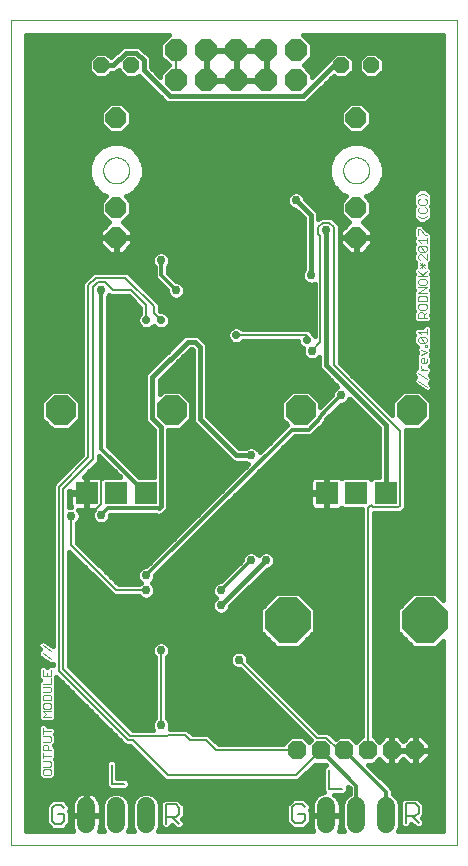
<source format=gtl>
G75*
%MOIN*%
%OFA0B0*%
%FSLAX25Y25*%
%IPPOS*%
%LPD*%
%AMOC8*
5,1,8,0,0,1.08239X$1,22.5*
%
%ADD10C,0.00000*%
%ADD11C,0.00600*%
%ADD12C,0.00200*%
%ADD13OC8,0.07000*%
%ADD14OC8,0.07400*%
%ADD15OC8,0.05200*%
%ADD16OC8,0.06299*%
%ADD17OC8,0.15024*%
%ADD18R,0.07400X0.07400*%
%ADD19OC8,0.10000*%
%ADD20C,0.06000*%
%ADD21C,0.01600*%
%ADD22C,0.02978*%
%ADD23C,0.00800*%
%ADD24C,0.02387*%
%ADD25C,0.01200*%
%ADD26C,0.02781*%
D10*
X0016998Y0005800D02*
X0016998Y0280761D01*
X0165699Y0280761D01*
X0165699Y0005800D01*
X0016998Y0005800D01*
X0047667Y0230800D02*
X0047669Y0230931D01*
X0047675Y0231063D01*
X0047685Y0231194D01*
X0047699Y0231325D01*
X0047717Y0231455D01*
X0047739Y0231584D01*
X0047764Y0231713D01*
X0047794Y0231841D01*
X0047828Y0231968D01*
X0047865Y0232095D01*
X0047906Y0232219D01*
X0047951Y0232343D01*
X0048000Y0232465D01*
X0048052Y0232586D01*
X0048108Y0232704D01*
X0048168Y0232822D01*
X0048231Y0232937D01*
X0048298Y0233050D01*
X0048368Y0233162D01*
X0048441Y0233271D01*
X0048517Y0233377D01*
X0048597Y0233482D01*
X0048680Y0233584D01*
X0048766Y0233683D01*
X0048855Y0233780D01*
X0048947Y0233874D01*
X0049042Y0233965D01*
X0049139Y0234054D01*
X0049239Y0234139D01*
X0049342Y0234221D01*
X0049447Y0234300D01*
X0049554Y0234376D01*
X0049664Y0234448D01*
X0049776Y0234517D01*
X0049890Y0234583D01*
X0050005Y0234645D01*
X0050123Y0234704D01*
X0050242Y0234759D01*
X0050363Y0234811D01*
X0050486Y0234858D01*
X0050610Y0234902D01*
X0050735Y0234943D01*
X0050861Y0234979D01*
X0050989Y0235012D01*
X0051117Y0235040D01*
X0051246Y0235065D01*
X0051376Y0235086D01*
X0051506Y0235103D01*
X0051637Y0235116D01*
X0051768Y0235125D01*
X0051899Y0235130D01*
X0052031Y0235131D01*
X0052162Y0235128D01*
X0052294Y0235121D01*
X0052425Y0235110D01*
X0052555Y0235095D01*
X0052685Y0235076D01*
X0052815Y0235053D01*
X0052943Y0235027D01*
X0053071Y0234996D01*
X0053198Y0234961D01*
X0053324Y0234923D01*
X0053448Y0234881D01*
X0053572Y0234835D01*
X0053693Y0234785D01*
X0053813Y0234732D01*
X0053932Y0234675D01*
X0054049Y0234615D01*
X0054163Y0234551D01*
X0054276Y0234483D01*
X0054387Y0234412D01*
X0054496Y0234338D01*
X0054602Y0234261D01*
X0054706Y0234180D01*
X0054807Y0234097D01*
X0054906Y0234010D01*
X0055002Y0233920D01*
X0055095Y0233827D01*
X0055186Y0233732D01*
X0055273Y0233634D01*
X0055358Y0233533D01*
X0055439Y0233430D01*
X0055517Y0233324D01*
X0055592Y0233216D01*
X0055664Y0233106D01*
X0055732Y0232994D01*
X0055797Y0232880D01*
X0055858Y0232763D01*
X0055916Y0232645D01*
X0055970Y0232525D01*
X0056021Y0232404D01*
X0056068Y0232281D01*
X0056111Y0232157D01*
X0056150Y0232032D01*
X0056186Y0231905D01*
X0056217Y0231777D01*
X0056245Y0231649D01*
X0056269Y0231520D01*
X0056289Y0231390D01*
X0056305Y0231259D01*
X0056317Y0231128D01*
X0056325Y0230997D01*
X0056329Y0230866D01*
X0056329Y0230734D01*
X0056325Y0230603D01*
X0056317Y0230472D01*
X0056305Y0230341D01*
X0056289Y0230210D01*
X0056269Y0230080D01*
X0056245Y0229951D01*
X0056217Y0229823D01*
X0056186Y0229695D01*
X0056150Y0229568D01*
X0056111Y0229443D01*
X0056068Y0229319D01*
X0056021Y0229196D01*
X0055970Y0229075D01*
X0055916Y0228955D01*
X0055858Y0228837D01*
X0055797Y0228720D01*
X0055732Y0228606D01*
X0055664Y0228494D01*
X0055592Y0228384D01*
X0055517Y0228276D01*
X0055439Y0228170D01*
X0055358Y0228067D01*
X0055273Y0227966D01*
X0055186Y0227868D01*
X0055095Y0227773D01*
X0055002Y0227680D01*
X0054906Y0227590D01*
X0054807Y0227503D01*
X0054706Y0227420D01*
X0054602Y0227339D01*
X0054496Y0227262D01*
X0054387Y0227188D01*
X0054276Y0227117D01*
X0054164Y0227049D01*
X0054049Y0226985D01*
X0053932Y0226925D01*
X0053813Y0226868D01*
X0053693Y0226815D01*
X0053572Y0226765D01*
X0053448Y0226719D01*
X0053324Y0226677D01*
X0053198Y0226639D01*
X0053071Y0226604D01*
X0052943Y0226573D01*
X0052815Y0226547D01*
X0052685Y0226524D01*
X0052555Y0226505D01*
X0052425Y0226490D01*
X0052294Y0226479D01*
X0052162Y0226472D01*
X0052031Y0226469D01*
X0051899Y0226470D01*
X0051768Y0226475D01*
X0051637Y0226484D01*
X0051506Y0226497D01*
X0051376Y0226514D01*
X0051246Y0226535D01*
X0051117Y0226560D01*
X0050989Y0226588D01*
X0050861Y0226621D01*
X0050735Y0226657D01*
X0050610Y0226698D01*
X0050486Y0226742D01*
X0050363Y0226789D01*
X0050242Y0226841D01*
X0050123Y0226896D01*
X0050005Y0226955D01*
X0049890Y0227017D01*
X0049776Y0227083D01*
X0049664Y0227152D01*
X0049554Y0227224D01*
X0049447Y0227300D01*
X0049342Y0227379D01*
X0049239Y0227461D01*
X0049139Y0227546D01*
X0049042Y0227635D01*
X0048947Y0227726D01*
X0048855Y0227820D01*
X0048766Y0227917D01*
X0048680Y0228016D01*
X0048597Y0228118D01*
X0048517Y0228223D01*
X0048441Y0228329D01*
X0048368Y0228438D01*
X0048298Y0228550D01*
X0048231Y0228663D01*
X0048168Y0228778D01*
X0048108Y0228896D01*
X0048052Y0229014D01*
X0048000Y0229135D01*
X0047951Y0229257D01*
X0047906Y0229381D01*
X0047865Y0229505D01*
X0047828Y0229632D01*
X0047794Y0229759D01*
X0047764Y0229887D01*
X0047739Y0230016D01*
X0047717Y0230145D01*
X0047699Y0230275D01*
X0047685Y0230406D01*
X0047675Y0230537D01*
X0047669Y0230669D01*
X0047667Y0230800D01*
X0127667Y0230800D02*
X0127669Y0230931D01*
X0127675Y0231063D01*
X0127685Y0231194D01*
X0127699Y0231325D01*
X0127717Y0231455D01*
X0127739Y0231584D01*
X0127764Y0231713D01*
X0127794Y0231841D01*
X0127828Y0231968D01*
X0127865Y0232095D01*
X0127906Y0232219D01*
X0127951Y0232343D01*
X0128000Y0232465D01*
X0128052Y0232586D01*
X0128108Y0232704D01*
X0128168Y0232822D01*
X0128231Y0232937D01*
X0128298Y0233050D01*
X0128368Y0233162D01*
X0128441Y0233271D01*
X0128517Y0233377D01*
X0128597Y0233482D01*
X0128680Y0233584D01*
X0128766Y0233683D01*
X0128855Y0233780D01*
X0128947Y0233874D01*
X0129042Y0233965D01*
X0129139Y0234054D01*
X0129239Y0234139D01*
X0129342Y0234221D01*
X0129447Y0234300D01*
X0129554Y0234376D01*
X0129664Y0234448D01*
X0129776Y0234517D01*
X0129890Y0234583D01*
X0130005Y0234645D01*
X0130123Y0234704D01*
X0130242Y0234759D01*
X0130363Y0234811D01*
X0130486Y0234858D01*
X0130610Y0234902D01*
X0130735Y0234943D01*
X0130861Y0234979D01*
X0130989Y0235012D01*
X0131117Y0235040D01*
X0131246Y0235065D01*
X0131376Y0235086D01*
X0131506Y0235103D01*
X0131637Y0235116D01*
X0131768Y0235125D01*
X0131899Y0235130D01*
X0132031Y0235131D01*
X0132162Y0235128D01*
X0132294Y0235121D01*
X0132425Y0235110D01*
X0132555Y0235095D01*
X0132685Y0235076D01*
X0132815Y0235053D01*
X0132943Y0235027D01*
X0133071Y0234996D01*
X0133198Y0234961D01*
X0133324Y0234923D01*
X0133448Y0234881D01*
X0133572Y0234835D01*
X0133693Y0234785D01*
X0133813Y0234732D01*
X0133932Y0234675D01*
X0134049Y0234615D01*
X0134163Y0234551D01*
X0134276Y0234483D01*
X0134387Y0234412D01*
X0134496Y0234338D01*
X0134602Y0234261D01*
X0134706Y0234180D01*
X0134807Y0234097D01*
X0134906Y0234010D01*
X0135002Y0233920D01*
X0135095Y0233827D01*
X0135186Y0233732D01*
X0135273Y0233634D01*
X0135358Y0233533D01*
X0135439Y0233430D01*
X0135517Y0233324D01*
X0135592Y0233216D01*
X0135664Y0233106D01*
X0135732Y0232994D01*
X0135797Y0232880D01*
X0135858Y0232763D01*
X0135916Y0232645D01*
X0135970Y0232525D01*
X0136021Y0232404D01*
X0136068Y0232281D01*
X0136111Y0232157D01*
X0136150Y0232032D01*
X0136186Y0231905D01*
X0136217Y0231777D01*
X0136245Y0231649D01*
X0136269Y0231520D01*
X0136289Y0231390D01*
X0136305Y0231259D01*
X0136317Y0231128D01*
X0136325Y0230997D01*
X0136329Y0230866D01*
X0136329Y0230734D01*
X0136325Y0230603D01*
X0136317Y0230472D01*
X0136305Y0230341D01*
X0136289Y0230210D01*
X0136269Y0230080D01*
X0136245Y0229951D01*
X0136217Y0229823D01*
X0136186Y0229695D01*
X0136150Y0229568D01*
X0136111Y0229443D01*
X0136068Y0229319D01*
X0136021Y0229196D01*
X0135970Y0229075D01*
X0135916Y0228955D01*
X0135858Y0228837D01*
X0135797Y0228720D01*
X0135732Y0228606D01*
X0135664Y0228494D01*
X0135592Y0228384D01*
X0135517Y0228276D01*
X0135439Y0228170D01*
X0135358Y0228067D01*
X0135273Y0227966D01*
X0135186Y0227868D01*
X0135095Y0227773D01*
X0135002Y0227680D01*
X0134906Y0227590D01*
X0134807Y0227503D01*
X0134706Y0227420D01*
X0134602Y0227339D01*
X0134496Y0227262D01*
X0134387Y0227188D01*
X0134276Y0227117D01*
X0134164Y0227049D01*
X0134049Y0226985D01*
X0133932Y0226925D01*
X0133813Y0226868D01*
X0133693Y0226815D01*
X0133572Y0226765D01*
X0133448Y0226719D01*
X0133324Y0226677D01*
X0133198Y0226639D01*
X0133071Y0226604D01*
X0132943Y0226573D01*
X0132815Y0226547D01*
X0132685Y0226524D01*
X0132555Y0226505D01*
X0132425Y0226490D01*
X0132294Y0226479D01*
X0132162Y0226472D01*
X0132031Y0226469D01*
X0131899Y0226470D01*
X0131768Y0226475D01*
X0131637Y0226484D01*
X0131506Y0226497D01*
X0131376Y0226514D01*
X0131246Y0226535D01*
X0131117Y0226560D01*
X0130989Y0226588D01*
X0130861Y0226621D01*
X0130735Y0226657D01*
X0130610Y0226698D01*
X0130486Y0226742D01*
X0130363Y0226789D01*
X0130242Y0226841D01*
X0130123Y0226896D01*
X0130005Y0226955D01*
X0129890Y0227017D01*
X0129776Y0227083D01*
X0129664Y0227152D01*
X0129554Y0227224D01*
X0129447Y0227300D01*
X0129342Y0227379D01*
X0129239Y0227461D01*
X0129139Y0227546D01*
X0129042Y0227635D01*
X0128947Y0227726D01*
X0128855Y0227820D01*
X0128766Y0227917D01*
X0128680Y0228016D01*
X0128597Y0228118D01*
X0128517Y0228223D01*
X0128441Y0228329D01*
X0128368Y0228438D01*
X0128298Y0228550D01*
X0128231Y0228663D01*
X0128168Y0228778D01*
X0128108Y0228896D01*
X0128052Y0229014D01*
X0128000Y0229135D01*
X0127951Y0229257D01*
X0127906Y0229381D01*
X0127865Y0229505D01*
X0127828Y0229632D01*
X0127794Y0229759D01*
X0127764Y0229887D01*
X0127739Y0230016D01*
X0127717Y0230145D01*
X0127699Y0230275D01*
X0127685Y0230406D01*
X0127675Y0230537D01*
X0127669Y0230669D01*
X0127667Y0230800D01*
D11*
X0123071Y0213389D02*
X0120926Y0213389D01*
X0119409Y0211872D01*
X0119409Y0209728D01*
X0120098Y0209039D01*
X0120098Y0173439D01*
X0117228Y0170570D01*
X0124587Y0165898D02*
X0146641Y0143844D01*
X0146641Y0119085D01*
X0145996Y0118441D01*
X0137685Y0118441D01*
X0136919Y0119207D01*
X0135935Y0118222D01*
X0135935Y0037493D01*
X0128061Y0037493D02*
X0126197Y0037493D01*
X0121947Y0041743D01*
X0118812Y0041743D01*
X0092901Y0067653D01*
X0122985Y0031038D02*
X0122985Y0024632D01*
X0127255Y0024632D01*
X0114881Y0018514D02*
X0113813Y0019582D01*
X0111678Y0019582D01*
X0110611Y0018514D01*
X0110611Y0014244D01*
X0111678Y0013176D01*
X0113813Y0013176D01*
X0114881Y0014244D01*
X0114881Y0016379D01*
X0112746Y0016379D01*
X0148524Y0015528D02*
X0151727Y0015528D01*
X0152795Y0016595D01*
X0152795Y0018730D01*
X0151727Y0019798D01*
X0148524Y0019798D01*
X0148524Y0013393D01*
X0150660Y0015528D02*
X0152795Y0013393D01*
X0072885Y0013032D02*
X0070749Y0015167D01*
X0071817Y0015167D02*
X0068614Y0015167D01*
X0068614Y0013032D02*
X0068614Y0019438D01*
X0071817Y0019438D01*
X0072885Y0018370D01*
X0072885Y0016235D01*
X0071817Y0015167D01*
X0054767Y0026290D02*
X0050497Y0026290D01*
X0050497Y0032695D01*
X0034755Y0018226D02*
X0033687Y0019294D01*
X0031552Y0019294D01*
X0030484Y0018226D01*
X0030484Y0013956D01*
X0031552Y0012888D01*
X0033687Y0012888D01*
X0034755Y0013956D01*
X0034755Y0016091D01*
X0032620Y0016091D01*
X0124587Y0165898D02*
X0124587Y0211872D01*
X0123071Y0213389D01*
D12*
X0152680Y0211127D02*
X0152680Y0209258D01*
X0152680Y0207430D02*
X0155482Y0207430D01*
X0155482Y0206496D02*
X0155482Y0208364D01*
X0155482Y0209258D02*
X0155015Y0209258D01*
X0153147Y0211127D01*
X0152680Y0211127D01*
X0152680Y0207430D02*
X0153614Y0206496D01*
X0153147Y0205602D02*
X0155015Y0203734D01*
X0155482Y0204201D01*
X0155482Y0205135D01*
X0155015Y0205602D01*
X0153147Y0205602D01*
X0152680Y0205135D01*
X0152680Y0204201D01*
X0153147Y0203734D01*
X0155015Y0203734D01*
X0155482Y0202840D02*
X0155482Y0200971D01*
X0153614Y0202840D01*
X0153147Y0202840D01*
X0152680Y0202373D01*
X0152680Y0201438D01*
X0153147Y0200971D01*
X0153147Y0200077D02*
X0155015Y0198209D01*
X0154081Y0198209D02*
X0154081Y0200077D01*
X0155015Y0200077D02*
X0153147Y0198209D01*
X0153147Y0199143D02*
X0155015Y0199143D01*
X0155482Y0197315D02*
X0154081Y0195914D01*
X0154548Y0195447D02*
X0152680Y0197315D01*
X0152680Y0195447D02*
X0155482Y0195447D01*
X0155015Y0194553D02*
X0153147Y0194553D01*
X0152680Y0194086D01*
X0152680Y0193151D01*
X0153147Y0192684D01*
X0155015Y0192684D01*
X0155482Y0193151D01*
X0155482Y0194086D01*
X0155015Y0194553D01*
X0155482Y0191790D02*
X0152680Y0191790D01*
X0152680Y0189922D02*
X0155482Y0191790D01*
X0155482Y0189922D02*
X0152680Y0189922D01*
X0153147Y0189028D02*
X0152680Y0188561D01*
X0152680Y0187160D01*
X0155482Y0187160D01*
X0155482Y0188561D01*
X0155015Y0189028D01*
X0153147Y0189028D01*
X0153147Y0186266D02*
X0152680Y0185799D01*
X0152680Y0184864D01*
X0153147Y0184397D01*
X0155015Y0184397D01*
X0155482Y0184864D01*
X0155482Y0185799D01*
X0155015Y0186266D01*
X0153147Y0186266D01*
X0153147Y0183503D02*
X0154081Y0183503D01*
X0154548Y0183036D01*
X0154548Y0181635D01*
X0154548Y0182569D02*
X0155482Y0183503D01*
X0155482Y0181635D02*
X0152680Y0181635D01*
X0152680Y0183036D01*
X0153147Y0183503D01*
X0155482Y0177979D02*
X0155482Y0176110D01*
X0155482Y0177044D02*
X0152680Y0177044D01*
X0153614Y0176110D01*
X0153147Y0175216D02*
X0155015Y0173348D01*
X0155482Y0173815D01*
X0155482Y0174749D01*
X0155015Y0175216D01*
X0153147Y0175216D01*
X0152680Y0174749D01*
X0152680Y0173815D01*
X0153147Y0173348D01*
X0155015Y0173348D01*
X0155015Y0172434D02*
X0155482Y0172434D01*
X0155482Y0171967D01*
X0155015Y0171967D01*
X0155015Y0172434D01*
X0153614Y0171073D02*
X0155482Y0170139D01*
X0153614Y0169204D01*
X0154081Y0168310D02*
X0154548Y0168310D01*
X0154548Y0166442D01*
X0155015Y0166442D02*
X0154081Y0166442D01*
X0153614Y0166909D01*
X0153614Y0167843D01*
X0154081Y0168310D01*
X0155482Y0167843D02*
X0155482Y0166909D01*
X0155015Y0166442D01*
X0153614Y0165541D02*
X0153614Y0165074D01*
X0154548Y0164140D01*
X0155482Y0164140D02*
X0153614Y0164140D01*
X0152680Y0163246D02*
X0155482Y0161378D01*
X0155482Y0158615D02*
X0152680Y0160484D01*
X0153614Y0214783D02*
X0152680Y0215717D01*
X0153147Y0216625D02*
X0155015Y0216625D01*
X0155482Y0217092D01*
X0155482Y0218026D01*
X0155015Y0218493D01*
X0155015Y0219387D02*
X0155482Y0219854D01*
X0155482Y0220788D01*
X0155015Y0221255D01*
X0155482Y0222149D02*
X0154548Y0223084D01*
X0153614Y0223084D01*
X0152680Y0222149D01*
X0153147Y0221255D02*
X0152680Y0220788D01*
X0152680Y0219854D01*
X0153147Y0219387D01*
X0155015Y0219387D01*
X0153147Y0218493D02*
X0152680Y0218026D01*
X0152680Y0217092D01*
X0153147Y0216625D01*
X0153614Y0214783D02*
X0154548Y0214783D01*
X0155482Y0215717D01*
X0030331Y0070670D02*
X0027529Y0072538D01*
X0027529Y0069776D02*
X0030331Y0067908D01*
X0030331Y0064251D02*
X0030331Y0062383D01*
X0027529Y0062383D01*
X0027529Y0064251D01*
X0028930Y0063317D02*
X0028930Y0062383D01*
X0030331Y0061489D02*
X0030331Y0059621D01*
X0027529Y0059621D01*
X0027529Y0058726D02*
X0029864Y0058726D01*
X0030331Y0058259D01*
X0030331Y0057325D01*
X0029864Y0056858D01*
X0027529Y0056858D01*
X0027996Y0055964D02*
X0027529Y0055497D01*
X0027529Y0054096D01*
X0030331Y0054096D01*
X0030331Y0055497D01*
X0029864Y0055964D01*
X0027996Y0055964D01*
X0027996Y0053202D02*
X0027529Y0052735D01*
X0027529Y0051801D01*
X0027996Y0051333D01*
X0029864Y0051333D01*
X0030331Y0051801D01*
X0030331Y0052735D01*
X0029864Y0053202D01*
X0027996Y0053202D01*
X0027529Y0050439D02*
X0030331Y0050439D01*
X0030331Y0048571D02*
X0027529Y0048571D01*
X0028463Y0049505D01*
X0027529Y0050439D01*
X0027529Y0044915D02*
X0027529Y0043046D01*
X0027529Y0042152D02*
X0029864Y0042152D01*
X0030331Y0041685D01*
X0030331Y0040751D01*
X0029864Y0040284D01*
X0027529Y0040284D01*
X0027996Y0039390D02*
X0027529Y0038923D01*
X0027529Y0037522D01*
X0030331Y0037522D01*
X0029397Y0037522D02*
X0029397Y0038923D01*
X0028930Y0039390D01*
X0027996Y0039390D01*
X0027529Y0036628D02*
X0027529Y0034759D01*
X0027529Y0033865D02*
X0029864Y0033865D01*
X0030331Y0033398D01*
X0030331Y0032464D01*
X0029864Y0031997D01*
X0027529Y0031997D01*
X0027996Y0031103D02*
X0027529Y0030636D01*
X0027529Y0029702D01*
X0027996Y0029235D01*
X0029864Y0029235D01*
X0030331Y0029702D01*
X0030331Y0030636D01*
X0029864Y0031103D01*
X0027996Y0031103D01*
X0027529Y0035693D02*
X0030331Y0035693D01*
X0030331Y0043981D02*
X0027529Y0043981D01*
D13*
X0051998Y0208300D03*
X0051998Y0218300D03*
X0051998Y0248300D03*
X0131998Y0248300D03*
X0131998Y0218300D03*
X0131998Y0208300D03*
D14*
X0111998Y0260800D03*
X0111998Y0270800D03*
X0101998Y0270800D03*
X0101998Y0260800D03*
X0091998Y0260800D03*
X0091998Y0270800D03*
X0081998Y0270800D03*
X0081998Y0260800D03*
X0071998Y0260800D03*
X0071998Y0270800D03*
D15*
X0056998Y0265800D03*
X0046998Y0265800D03*
X0126998Y0265800D03*
X0136998Y0265800D03*
D16*
X0135935Y0037493D03*
X0128061Y0037493D03*
X0120187Y0037493D03*
X0112313Y0037493D03*
X0143809Y0037493D03*
X0151683Y0037493D03*
D17*
X0154833Y0080800D03*
X0109163Y0080800D03*
D18*
X0122156Y0123241D03*
X0131998Y0123241D03*
X0141841Y0123241D03*
X0061841Y0123241D03*
X0051998Y0123241D03*
X0042156Y0123241D03*
D19*
X0033494Y0150800D03*
X0070502Y0150800D03*
X0113494Y0150800D03*
X0150502Y0150800D03*
D20*
X0141998Y0018800D02*
X0141998Y0012800D01*
X0131998Y0012800D02*
X0131998Y0018800D01*
X0121998Y0018800D02*
X0121998Y0012800D01*
X0061998Y0012800D02*
X0061998Y0018800D01*
X0051998Y0018800D02*
X0051998Y0012800D01*
X0041998Y0012800D02*
X0041998Y0018800D01*
D21*
X0041798Y0018551D02*
X0042198Y0018551D01*
X0042198Y0020149D02*
X0041798Y0020149D01*
X0041798Y0021748D02*
X0042198Y0021748D01*
X0042198Y0023346D02*
X0041798Y0023346D01*
X0041798Y0023600D02*
X0041620Y0023600D01*
X0040874Y0023482D01*
X0040156Y0023248D01*
X0039482Y0022905D01*
X0038871Y0022461D01*
X0038337Y0021927D01*
X0037893Y0021316D01*
X0037550Y0020643D01*
X0037316Y0019924D01*
X0037198Y0019178D01*
X0037198Y0016000D01*
X0041798Y0016000D01*
X0041798Y0015600D01*
X0037198Y0015600D01*
X0037198Y0012422D01*
X0037316Y0011676D01*
X0037550Y0010957D01*
X0037732Y0010600D01*
X0021798Y0010600D01*
X0021798Y0275961D01*
X0069663Y0275961D01*
X0066698Y0272995D01*
X0066698Y0268605D01*
X0069503Y0265800D01*
X0066698Y0262995D01*
X0066698Y0261999D01*
X0063598Y0265099D01*
X0063598Y0268017D01*
X0063233Y0268899D01*
X0060772Y0271359D01*
X0060097Y0272035D01*
X0059215Y0272400D01*
X0054781Y0272400D01*
X0053899Y0272035D01*
X0050301Y0268437D01*
X0048738Y0270000D01*
X0045258Y0270000D01*
X0042798Y0267540D01*
X0042798Y0264060D01*
X0045258Y0261600D01*
X0048738Y0261600D01*
X0050538Y0263400D01*
X0051536Y0263400D01*
X0052418Y0263765D01*
X0052798Y0264146D01*
X0052798Y0264060D01*
X0055258Y0261600D01*
X0058738Y0261600D01*
X0059523Y0262385D01*
X0068443Y0253465D01*
X0069325Y0253100D01*
X0114671Y0253100D01*
X0115553Y0253465D01*
X0116228Y0254141D01*
X0124473Y0262385D01*
X0125258Y0261600D01*
X0128738Y0261600D01*
X0131198Y0264060D01*
X0131198Y0267540D01*
X0128738Y0270000D01*
X0125258Y0270000D01*
X0122798Y0267540D01*
X0122798Y0267499D01*
X0117298Y0261999D01*
X0117298Y0262995D01*
X0114493Y0265800D01*
X0117298Y0268605D01*
X0117298Y0272995D01*
X0114333Y0275961D01*
X0160899Y0275961D01*
X0160899Y0087620D01*
X0158607Y0089912D01*
X0151059Y0089912D01*
X0145721Y0084574D01*
X0145721Y0077026D01*
X0151059Y0071688D01*
X0158607Y0071688D01*
X0160899Y0073980D01*
X0160899Y0010600D01*
X0146066Y0010600D01*
X0146598Y0011885D01*
X0146598Y0019715D01*
X0145898Y0021406D01*
X0144604Y0022700D01*
X0144198Y0022868D01*
X0144198Y0024467D01*
X0135922Y0032743D01*
X0137902Y0032743D01*
X0139731Y0034572D01*
X0141759Y0032543D01*
X0143625Y0032543D01*
X0143625Y0037309D01*
X0143993Y0037309D01*
X0143993Y0032543D01*
X0145859Y0032543D01*
X0147746Y0034430D01*
X0149633Y0032543D01*
X0151499Y0032543D01*
X0151499Y0037309D01*
X0146734Y0037309D01*
X0143993Y0037309D01*
X0143993Y0037677D01*
X0143625Y0037677D01*
X0143625Y0042443D01*
X0141759Y0042443D01*
X0139731Y0040414D01*
X0137902Y0042243D01*
X0137835Y0042243D01*
X0137835Y0116541D01*
X0146783Y0116541D01*
X0147896Y0117654D01*
X0148541Y0118298D01*
X0148541Y0144200D01*
X0153236Y0144200D01*
X0157102Y0148066D01*
X0157102Y0153534D01*
X0153236Y0157400D01*
X0147768Y0157400D01*
X0143902Y0153534D01*
X0143902Y0149270D01*
X0126487Y0166685D01*
X0126487Y0212659D01*
X0125374Y0213772D01*
X0123858Y0215289D01*
X0120139Y0215289D01*
X0119398Y0214548D01*
X0119398Y0216277D01*
X0119033Y0217159D01*
X0118358Y0217835D01*
X0118358Y0217835D01*
X0115087Y0221105D01*
X0115087Y0221414D01*
X0114617Y0222550D01*
X0113748Y0223419D01*
X0112613Y0223889D01*
X0111384Y0223889D01*
X0110248Y0223419D01*
X0109379Y0222550D01*
X0108909Y0221414D01*
X0108909Y0220186D01*
X0109379Y0219050D01*
X0110248Y0218181D01*
X0111384Y0217711D01*
X0111693Y0217711D01*
X0114598Y0214806D01*
X0114598Y0197768D01*
X0114379Y0197550D01*
X0113909Y0196414D01*
X0113909Y0195186D01*
X0114379Y0194050D01*
X0115248Y0193181D01*
X0116384Y0192711D01*
X0117613Y0192711D01*
X0118198Y0192954D01*
X0118198Y0175692D01*
X0118137Y0175840D01*
X0117602Y0176376D01*
X0117602Y0176628D01*
X0116430Y0177800D01*
X0094227Y0177800D01*
X0093692Y0178335D01*
X0092593Y0178791D01*
X0091403Y0178791D01*
X0090304Y0178335D01*
X0089463Y0177494D01*
X0089008Y0176395D01*
X0089008Y0175205D01*
X0080073Y0175205D01*
X0079554Y0175724D02*
X0078672Y0176089D01*
X0075324Y0176089D01*
X0074442Y0175724D01*
X0062067Y0163349D01*
X0061702Y0162467D01*
X0061702Y0147672D01*
X0062067Y0146790D01*
X0062743Y0146114D01*
X0064541Y0144316D01*
X0064541Y0128541D01*
X0059652Y0128541D01*
X0049198Y0138995D01*
X0049198Y0188632D01*
X0049617Y0189050D01*
X0049648Y0189125D01*
X0049973Y0188800D01*
X0056170Y0188800D01*
X0059998Y0184972D01*
X0059998Y0183029D01*
X0059463Y0182494D01*
X0059008Y0181395D01*
X0059008Y0180205D01*
X0059463Y0179106D01*
X0060304Y0178265D01*
X0061403Y0177809D01*
X0062593Y0177809D01*
X0063692Y0178265D01*
X0064498Y0179071D01*
X0065304Y0178265D01*
X0066403Y0177809D01*
X0067593Y0177809D01*
X0068692Y0178265D01*
X0069533Y0179106D01*
X0069989Y0180205D01*
X0069989Y0181395D01*
X0069533Y0182494D01*
X0068692Y0183335D01*
X0067593Y0183791D01*
X0066836Y0183791D01*
X0066589Y0184038D01*
X0066589Y0186301D01*
X0065417Y0187472D01*
X0056972Y0195917D01*
X0055800Y0197089D01*
X0044393Y0197089D01*
X0043222Y0195917D01*
X0041881Y0194577D01*
X0040709Y0193405D01*
X0040709Y0135983D01*
X0031979Y0127253D01*
X0030808Y0126081D01*
X0030808Y0072396D01*
X0027886Y0074343D01*
X0026505Y0074067D01*
X0025724Y0072895D01*
X0026000Y0071514D01*
X0026446Y0071217D01*
X0025724Y0070133D01*
X0026000Y0068752D01*
X0029974Y0066102D01*
X0030808Y0066269D01*
X0030808Y0065951D01*
X0029627Y0065951D01*
X0028930Y0065254D01*
X0028233Y0065951D01*
X0026825Y0065951D01*
X0025829Y0064955D01*
X0025829Y0061679D01*
X0026506Y0061002D01*
X0025829Y0060325D01*
X0025829Y0058022D01*
X0026059Y0057792D01*
X0025829Y0057562D01*
X0025829Y0049735D01*
X0026059Y0049505D01*
X0025829Y0049275D01*
X0025829Y0047867D01*
X0026825Y0046871D01*
X0031036Y0046871D01*
X0032031Y0047867D01*
X0032031Y0049275D01*
X0031801Y0049505D01*
X0032031Y0049735D01*
X0032031Y0056201D01*
X0031821Y0056411D01*
X0032031Y0056621D01*
X0032031Y0062012D01*
X0054072Y0039972D01*
X0055243Y0038800D01*
X0056764Y0038800D01*
X0068369Y0027195D01*
X0112718Y0027195D01*
X0118266Y0032743D01*
X0121825Y0032743D01*
X0121914Y0032654D01*
X0121085Y0031825D01*
X0121085Y0023845D01*
X0121370Y0023560D01*
X0120874Y0023482D01*
X0120156Y0023248D01*
X0119482Y0022905D01*
X0118871Y0022461D01*
X0118337Y0021927D01*
X0117893Y0021316D01*
X0117550Y0020643D01*
X0117316Y0019924D01*
X0117198Y0019178D01*
X0117198Y0016000D01*
X0121798Y0016000D01*
X0121798Y0015600D01*
X0117198Y0015600D01*
X0117198Y0012422D01*
X0117316Y0011676D01*
X0117550Y0010957D01*
X0117732Y0010600D01*
X0066066Y0010600D01*
X0066598Y0011885D01*
X0066598Y0019715D01*
X0065898Y0021406D01*
X0064604Y0022700D01*
X0062913Y0023400D01*
X0061083Y0023400D01*
X0059392Y0022700D01*
X0058098Y0021406D01*
X0057398Y0019715D01*
X0057398Y0011885D01*
X0057930Y0010600D01*
X0056066Y0010600D01*
X0056598Y0011885D01*
X0056598Y0019715D01*
X0055898Y0021406D01*
X0054604Y0022700D01*
X0052913Y0023400D01*
X0051083Y0023400D01*
X0049392Y0022700D01*
X0048098Y0021406D01*
X0047398Y0019715D01*
X0047398Y0011885D01*
X0047930Y0010600D01*
X0046264Y0010600D01*
X0046446Y0010957D01*
X0046680Y0011676D01*
X0046798Y0012422D01*
X0046798Y0015600D01*
X0042198Y0015600D01*
X0042198Y0016000D01*
X0041798Y0016000D01*
X0041798Y0023600D01*
X0042198Y0023600D02*
X0042198Y0016000D01*
X0046798Y0016000D01*
X0046798Y0019178D01*
X0046680Y0019924D01*
X0046446Y0020643D01*
X0046103Y0021316D01*
X0045659Y0021927D01*
X0045125Y0022461D01*
X0044514Y0022905D01*
X0043841Y0023248D01*
X0043122Y0023482D01*
X0042376Y0023600D01*
X0042198Y0023600D01*
X0043539Y0023346D02*
X0050954Y0023346D01*
X0049710Y0024390D02*
X0055554Y0024390D01*
X0056667Y0025503D01*
X0056667Y0027077D01*
X0055554Y0028190D01*
X0052397Y0028190D01*
X0052397Y0033482D01*
X0051284Y0034595D01*
X0049710Y0034595D01*
X0048597Y0033482D01*
X0048597Y0025503D01*
X0049710Y0024390D01*
X0049155Y0024945D02*
X0021798Y0024945D01*
X0021798Y0026543D02*
X0048597Y0026543D01*
X0048597Y0028142D02*
X0031176Y0028142D01*
X0031036Y0028002D02*
X0032031Y0028998D01*
X0032031Y0031340D01*
X0031821Y0031550D01*
X0032031Y0031760D01*
X0032031Y0034102D01*
X0031588Y0034546D01*
X0032031Y0034989D01*
X0032031Y0036398D01*
X0031821Y0036608D01*
X0032031Y0036818D01*
X0032031Y0038226D01*
X0031121Y0039136D01*
X0032031Y0040047D01*
X0032031Y0042389D01*
X0031588Y0042833D01*
X0032031Y0043276D01*
X0032031Y0044685D01*
X0031036Y0045681D01*
X0029167Y0045681D01*
X0028233Y0046615D01*
X0026825Y0046615D01*
X0025829Y0045619D01*
X0025829Y0041448D01*
X0026059Y0041218D01*
X0025829Y0040988D01*
X0025829Y0033161D01*
X0026059Y0032931D01*
X0025829Y0032701D01*
X0025829Y0029932D01*
X0025829Y0028998D01*
X0026296Y0028530D01*
X0027292Y0027535D01*
X0030569Y0027535D01*
X0031036Y0028002D01*
X0032031Y0029740D02*
X0048597Y0029740D01*
X0048597Y0031339D02*
X0032031Y0031339D01*
X0032031Y0032937D02*
X0048597Y0032937D01*
X0049650Y0034536D02*
X0031598Y0034536D01*
X0032031Y0036134D02*
X0059429Y0036134D01*
X0061028Y0034536D02*
X0051343Y0034536D01*
X0052397Y0032937D02*
X0062626Y0032937D01*
X0064225Y0031339D02*
X0052397Y0031339D01*
X0052397Y0029740D02*
X0065824Y0029740D01*
X0067422Y0028142D02*
X0055602Y0028142D01*
X0056667Y0026543D02*
X0121085Y0026543D01*
X0121085Y0024945D02*
X0056109Y0024945D01*
X0055556Y0021748D02*
X0058441Y0021748D01*
X0057578Y0020149D02*
X0056418Y0020149D01*
X0056598Y0018551D02*
X0057398Y0018551D01*
X0057398Y0016952D02*
X0056598Y0016952D01*
X0056598Y0015354D02*
X0057398Y0015354D01*
X0057398Y0013755D02*
X0056598Y0013755D01*
X0056598Y0012157D02*
X0057398Y0012157D01*
X0060954Y0023346D02*
X0053042Y0023346D01*
X0048441Y0021748D02*
X0045789Y0021748D01*
X0046607Y0020149D02*
X0047578Y0020149D01*
X0047398Y0018551D02*
X0046798Y0018551D01*
X0046798Y0016952D02*
X0047398Y0016952D01*
X0047398Y0015354D02*
X0046798Y0015354D01*
X0046798Y0013755D02*
X0047398Y0013755D01*
X0047398Y0012157D02*
X0046756Y0012157D01*
X0042198Y0016952D02*
X0041798Y0016952D01*
X0038207Y0021748D02*
X0021798Y0021748D01*
X0021798Y0023346D02*
X0040457Y0023346D01*
X0037390Y0020149D02*
X0035518Y0020149D01*
X0034490Y0021178D02*
X0034474Y0021194D01*
X0030765Y0021194D01*
X0029697Y0020126D01*
X0028584Y0019013D01*
X0028584Y0013169D01*
X0029652Y0012101D01*
X0030765Y0010988D01*
X0034474Y0010988D01*
X0035542Y0012056D01*
X0035580Y0012094D01*
X0036655Y0013169D01*
X0036655Y0016878D01*
X0036374Y0017159D01*
X0036655Y0017439D01*
X0036655Y0019013D01*
X0034490Y0021178D01*
X0036655Y0018551D02*
X0037198Y0018551D01*
X0037198Y0016952D02*
X0036580Y0016952D01*
X0036655Y0015354D02*
X0037198Y0015354D01*
X0037198Y0013755D02*
X0036655Y0013755D01*
X0037240Y0012157D02*
X0035643Y0012157D01*
X0029721Y0020149D02*
X0021798Y0020149D01*
X0021798Y0018551D02*
X0028584Y0018551D01*
X0028584Y0016952D02*
X0021798Y0016952D01*
X0021798Y0015354D02*
X0028584Y0015354D01*
X0028584Y0013755D02*
X0021798Y0013755D01*
X0021798Y0012157D02*
X0029596Y0012157D01*
X0026685Y0028142D02*
X0021798Y0028142D01*
X0021798Y0029740D02*
X0025829Y0029740D01*
X0025829Y0031339D02*
X0021798Y0031339D01*
X0021798Y0032937D02*
X0026053Y0032937D01*
X0025829Y0034536D02*
X0021798Y0034536D01*
X0021798Y0036134D02*
X0025829Y0036134D01*
X0025829Y0037733D02*
X0021798Y0037733D01*
X0021798Y0039332D02*
X0025829Y0039332D01*
X0025829Y0040930D02*
X0021798Y0040930D01*
X0021798Y0042529D02*
X0025829Y0042529D01*
X0025829Y0044127D02*
X0021798Y0044127D01*
X0021798Y0045726D02*
X0025936Y0045726D01*
X0026372Y0047324D02*
X0021798Y0047324D01*
X0021798Y0048923D02*
X0025829Y0048923D01*
X0025829Y0050521D02*
X0021798Y0050521D01*
X0021798Y0052120D02*
X0025829Y0052120D01*
X0025829Y0053718D02*
X0021798Y0053718D01*
X0021798Y0055317D02*
X0025829Y0055317D01*
X0025829Y0056915D02*
X0021798Y0056915D01*
X0021798Y0058514D02*
X0025829Y0058514D01*
X0025829Y0060112D02*
X0021798Y0060112D01*
X0021798Y0061711D02*
X0025829Y0061711D01*
X0025829Y0063309D02*
X0021798Y0063309D01*
X0021798Y0064908D02*
X0025829Y0064908D01*
X0029369Y0066506D02*
X0021798Y0066506D01*
X0021798Y0068105D02*
X0026971Y0068105D01*
X0025810Y0069703D02*
X0021798Y0069703D01*
X0021798Y0071302D02*
X0026319Y0071302D01*
X0025727Y0072900D02*
X0021798Y0072900D01*
X0021798Y0074499D02*
X0030808Y0074499D01*
X0030808Y0076097D02*
X0021798Y0076097D01*
X0021798Y0077696D02*
X0030808Y0077696D01*
X0030808Y0079294D02*
X0021798Y0079294D01*
X0021798Y0080893D02*
X0030808Y0080893D01*
X0030808Y0082491D02*
X0021798Y0082491D01*
X0021798Y0084090D02*
X0030808Y0084090D01*
X0030808Y0085688D02*
X0021798Y0085688D01*
X0021798Y0087287D02*
X0030808Y0087287D01*
X0030808Y0088885D02*
X0021798Y0088885D01*
X0021798Y0090484D02*
X0030808Y0090484D01*
X0030808Y0092082D02*
X0021798Y0092082D01*
X0021798Y0093681D02*
X0030808Y0093681D01*
X0030808Y0095279D02*
X0021798Y0095279D01*
X0021798Y0096878D02*
X0030808Y0096878D01*
X0030808Y0098476D02*
X0021798Y0098476D01*
X0021798Y0100075D02*
X0030808Y0100075D01*
X0030808Y0101673D02*
X0021798Y0101673D01*
X0021798Y0103272D02*
X0030808Y0103272D01*
X0030808Y0104870D02*
X0021798Y0104870D01*
X0021798Y0106469D02*
X0030808Y0106469D01*
X0030808Y0108068D02*
X0021798Y0108068D01*
X0021798Y0109666D02*
X0030808Y0109666D01*
X0030808Y0111265D02*
X0021798Y0111265D01*
X0021798Y0112863D02*
X0030808Y0112863D01*
X0030808Y0114462D02*
X0021798Y0114462D01*
X0021798Y0116060D02*
X0030808Y0116060D01*
X0030808Y0117659D02*
X0021798Y0117659D01*
X0021798Y0119257D02*
X0030808Y0119257D01*
X0030808Y0120856D02*
X0021798Y0120856D01*
X0021798Y0122454D02*
X0030808Y0122454D01*
X0030808Y0124053D02*
X0021798Y0124053D01*
X0021798Y0125651D02*
X0030808Y0125651D01*
X0031976Y0127250D02*
X0021798Y0127250D01*
X0021798Y0128848D02*
X0033575Y0128848D01*
X0035173Y0130447D02*
X0021798Y0130447D01*
X0021798Y0132045D02*
X0036772Y0132045D01*
X0038370Y0133644D02*
X0021798Y0133644D01*
X0021798Y0135242D02*
X0039969Y0135242D01*
X0040709Y0136841D02*
X0021798Y0136841D01*
X0021798Y0138439D02*
X0040709Y0138439D01*
X0040709Y0140038D02*
X0021798Y0140038D01*
X0021798Y0141636D02*
X0040709Y0141636D01*
X0040709Y0143235D02*
X0021798Y0143235D01*
X0021798Y0144833D02*
X0030127Y0144833D01*
X0030760Y0144200D02*
X0036228Y0144200D01*
X0040094Y0148066D01*
X0040094Y0153534D01*
X0036228Y0157400D01*
X0030760Y0157400D01*
X0026894Y0153534D01*
X0026894Y0148066D01*
X0030760Y0144200D01*
X0028529Y0146432D02*
X0021798Y0146432D01*
X0021798Y0148030D02*
X0026930Y0148030D01*
X0026894Y0149629D02*
X0021798Y0149629D01*
X0021798Y0151227D02*
X0026894Y0151227D01*
X0026894Y0152826D02*
X0021798Y0152826D01*
X0021798Y0154424D02*
X0027785Y0154424D01*
X0029383Y0156023D02*
X0021798Y0156023D01*
X0021798Y0157621D02*
X0040709Y0157621D01*
X0040709Y0156023D02*
X0037605Y0156023D01*
X0039204Y0154424D02*
X0040709Y0154424D01*
X0040709Y0152826D02*
X0040094Y0152826D01*
X0040094Y0151227D02*
X0040709Y0151227D01*
X0040709Y0149629D02*
X0040094Y0149629D01*
X0040058Y0148030D02*
X0040709Y0148030D01*
X0040709Y0146432D02*
X0038460Y0146432D01*
X0036861Y0144833D02*
X0040709Y0144833D01*
X0049198Y0144833D02*
X0064024Y0144833D01*
X0064541Y0143235D02*
X0049198Y0143235D01*
X0049198Y0141636D02*
X0064541Y0141636D01*
X0064541Y0140038D02*
X0049198Y0140038D01*
X0049754Y0138439D02*
X0064541Y0138439D01*
X0064541Y0136841D02*
X0051352Y0136841D01*
X0052951Y0135242D02*
X0064541Y0135242D01*
X0064541Y0133644D02*
X0054549Y0133644D01*
X0056148Y0132045D02*
X0064541Y0132045D01*
X0064541Y0130447D02*
X0057746Y0130447D01*
X0059345Y0128848D02*
X0064541Y0128848D01*
X0069341Y0128848D02*
X0091935Y0128848D01*
X0090337Y0127250D02*
X0069341Y0127250D01*
X0069341Y0125651D02*
X0088738Y0125651D01*
X0087139Y0124053D02*
X0069341Y0124053D01*
X0069341Y0122454D02*
X0085541Y0122454D01*
X0083942Y0120856D02*
X0069341Y0120856D01*
X0069341Y0119257D02*
X0082344Y0119257D01*
X0080745Y0117659D02*
X0068999Y0117659D01*
X0068975Y0117602D02*
X0069341Y0118484D01*
X0069341Y0144200D01*
X0073236Y0144200D01*
X0077102Y0148066D01*
X0077102Y0153534D01*
X0073236Y0157400D01*
X0067768Y0157400D01*
X0066502Y0156134D01*
X0066502Y0160995D01*
X0076796Y0171289D01*
X0077201Y0171289D01*
X0077487Y0171003D01*
X0077487Y0147434D01*
X0077852Y0146552D01*
X0078528Y0145876D01*
X0089964Y0134441D01*
X0089964Y0134441D01*
X0090639Y0133765D01*
X0091521Y0133400D01*
X0095030Y0133400D01*
X0095248Y0133181D01*
X0095969Y0132883D01*
X0061976Y0098889D01*
X0061384Y0098889D01*
X0060248Y0098419D01*
X0059379Y0097550D01*
X0058909Y0096414D01*
X0058909Y0095186D01*
X0059379Y0094050D01*
X0060130Y0093300D01*
X0059630Y0092800D01*
X0052827Y0092800D01*
X0038998Y0106628D01*
X0038998Y0113185D01*
X0039715Y0113902D01*
X0040186Y0115038D01*
X0040186Y0116266D01*
X0039715Y0117402D01*
X0039376Y0117741D01*
X0041971Y0117741D01*
X0041971Y0123057D01*
X0036656Y0123057D01*
X0036656Y0119304D01*
X0036778Y0118846D01*
X0036839Y0118741D01*
X0036482Y0118741D01*
X0036408Y0118710D01*
X0036408Y0123762D01*
X0036656Y0124010D01*
X0036656Y0123425D01*
X0041971Y0123425D01*
X0041971Y0123057D01*
X0042340Y0123057D01*
X0042340Y0117741D01*
X0044571Y0117741D01*
X0044379Y0117550D01*
X0043909Y0116414D01*
X0043909Y0115186D01*
X0044379Y0114050D01*
X0045248Y0113181D01*
X0046384Y0112711D01*
X0047613Y0112711D01*
X0048748Y0113181D01*
X0049617Y0114050D01*
X0050087Y0115186D01*
X0050087Y0115778D01*
X0050250Y0115941D01*
X0065160Y0115941D01*
X0065643Y0115741D01*
X0066598Y0115741D01*
X0067480Y0116106D01*
X0068300Y0116926D01*
X0068975Y0117602D01*
X0068300Y0116926D02*
X0068300Y0116926D01*
X0067368Y0116060D02*
X0079147Y0116060D01*
X0077548Y0114462D02*
X0049787Y0114462D01*
X0047980Y0112863D02*
X0075950Y0112863D01*
X0074351Y0111265D02*
X0038998Y0111265D01*
X0038998Y0112863D02*
X0046017Y0112863D01*
X0044209Y0114462D02*
X0039947Y0114462D01*
X0040186Y0116060D02*
X0043909Y0116060D01*
X0044488Y0117659D02*
X0039458Y0117659D01*
X0036668Y0119257D02*
X0036408Y0119257D01*
X0036408Y0120856D02*
X0036656Y0120856D01*
X0036656Y0122454D02*
X0036408Y0122454D01*
X0041387Y0128741D02*
X0046309Y0133663D01*
X0046309Y0135661D01*
X0053429Y0128541D01*
X0047635Y0128541D01*
X0047218Y0128124D01*
X0046961Y0128381D01*
X0046550Y0128618D01*
X0046093Y0128741D01*
X0042340Y0128741D01*
X0042340Y0123425D01*
X0041971Y0123425D01*
X0041971Y0128741D01*
X0041387Y0128741D01*
X0041494Y0128848D02*
X0053122Y0128848D01*
X0051524Y0130447D02*
X0043093Y0130447D01*
X0044691Y0132045D02*
X0049925Y0132045D01*
X0048327Y0133644D02*
X0046290Y0133644D01*
X0046309Y0135242D02*
X0046728Y0135242D01*
X0042340Y0127250D02*
X0041971Y0127250D01*
X0041971Y0125651D02*
X0042340Y0125651D01*
X0042340Y0124053D02*
X0041971Y0124053D01*
X0041971Y0122454D02*
X0042340Y0122454D01*
X0042340Y0120856D02*
X0041971Y0120856D01*
X0041971Y0119257D02*
X0042340Y0119257D01*
X0038998Y0109666D02*
X0072753Y0109666D01*
X0071154Y0108068D02*
X0038998Y0108068D01*
X0039158Y0106469D02*
X0069556Y0106469D01*
X0067957Y0104870D02*
X0040756Y0104870D01*
X0042355Y0103272D02*
X0066359Y0103272D01*
X0064760Y0101673D02*
X0043953Y0101673D01*
X0045552Y0100075D02*
X0063162Y0100075D01*
X0060388Y0098476D02*
X0047150Y0098476D01*
X0048749Y0096878D02*
X0059101Y0096878D01*
X0058909Y0095279D02*
X0050347Y0095279D01*
X0051946Y0093681D02*
X0059749Y0093681D01*
X0063867Y0093300D02*
X0064617Y0094050D01*
X0065087Y0095186D01*
X0065087Y0095778D01*
X0111509Y0142200D01*
X0117056Y0142200D01*
X0118345Y0143489D01*
X0120805Y0145949D01*
X0122094Y0147238D01*
X0122094Y0147785D01*
X0124198Y0149889D01*
X0127020Y0152711D01*
X0127613Y0152711D01*
X0128748Y0153181D01*
X0129617Y0154050D01*
X0129833Y0154571D01*
X0139598Y0144806D01*
X0139598Y0128541D01*
X0137478Y0128541D01*
X0136919Y0127982D01*
X0136361Y0128541D01*
X0127635Y0128541D01*
X0127218Y0128124D01*
X0126961Y0128381D01*
X0126550Y0128618D01*
X0126093Y0128741D01*
X0122340Y0128741D01*
X0122340Y0123425D01*
X0121971Y0123425D01*
X0121971Y0123057D01*
X0116656Y0123057D01*
X0116656Y0119304D01*
X0116778Y0118846D01*
X0117015Y0118436D01*
X0117350Y0118101D01*
X0117761Y0117864D01*
X0118219Y0117741D01*
X0121971Y0117741D01*
X0121971Y0123057D01*
X0122340Y0123057D01*
X0122340Y0117741D01*
X0126093Y0117741D01*
X0126550Y0117864D01*
X0126961Y0118101D01*
X0127218Y0118358D01*
X0127635Y0117941D01*
X0134035Y0117941D01*
X0134035Y0042243D01*
X0133968Y0042243D01*
X0131998Y0040273D01*
X0130028Y0042243D01*
X0126094Y0042243D01*
X0125114Y0041263D01*
X0123847Y0042530D01*
X0122734Y0043643D01*
X0119598Y0043643D01*
X0095990Y0067251D01*
X0095990Y0068268D01*
X0095519Y0069403D01*
X0094650Y0070272D01*
X0093515Y0070742D01*
X0092286Y0070742D01*
X0091151Y0070272D01*
X0090282Y0069403D01*
X0089812Y0068268D01*
X0089812Y0067039D01*
X0090282Y0065904D01*
X0091151Y0065035D01*
X0092286Y0064564D01*
X0093303Y0064564D01*
X0116912Y0040956D01*
X0116922Y0040945D01*
X0116250Y0040273D01*
X0114280Y0042243D01*
X0110346Y0042243D01*
X0107596Y0039493D01*
X0086137Y0039493D01*
X0083998Y0041632D01*
X0082827Y0042803D01*
X0077544Y0042803D01*
X0075628Y0044720D01*
X0069894Y0044720D01*
X0070087Y0045186D01*
X0070087Y0046414D01*
X0069617Y0047550D01*
X0068998Y0048168D01*
X0068998Y0068432D01*
X0069617Y0069050D01*
X0070087Y0070186D01*
X0070087Y0071414D01*
X0069617Y0072550D01*
X0068748Y0073419D01*
X0067613Y0073889D01*
X0066384Y0073889D01*
X0065248Y0073419D01*
X0064379Y0072550D01*
X0063909Y0071414D01*
X0063909Y0070186D01*
X0064379Y0069050D01*
X0064998Y0068432D01*
X0064998Y0048168D01*
X0064379Y0047550D01*
X0063909Y0046414D01*
X0063909Y0045186D01*
X0064233Y0044403D01*
X0057560Y0044403D01*
X0036408Y0065555D01*
X0036408Y0103562D01*
X0051170Y0088800D01*
X0059630Y0088800D01*
X0060248Y0088181D01*
X0061384Y0087711D01*
X0062613Y0087711D01*
X0063748Y0088181D01*
X0064617Y0089050D01*
X0065087Y0090186D01*
X0065087Y0091414D01*
X0064617Y0092550D01*
X0063867Y0093300D01*
X0064248Y0093681D02*
X0085881Y0093681D01*
X0086384Y0093889D02*
X0085248Y0093419D01*
X0084379Y0092550D01*
X0083909Y0091414D01*
X0083909Y0090186D01*
X0084379Y0089050D01*
X0085130Y0088300D01*
X0084379Y0087550D01*
X0083909Y0086414D01*
X0083909Y0085186D01*
X0084379Y0084050D01*
X0085248Y0083181D01*
X0086384Y0082711D01*
X0087613Y0082711D01*
X0088748Y0083181D01*
X0089617Y0084050D01*
X0090087Y0085186D01*
X0090087Y0085495D01*
X0102303Y0097711D01*
X0102613Y0097711D01*
X0103748Y0098181D01*
X0104617Y0099050D01*
X0105087Y0100186D01*
X0105087Y0101414D01*
X0104617Y0102550D01*
X0103748Y0103419D01*
X0102613Y0103889D01*
X0101384Y0103889D01*
X0100248Y0103419D01*
X0099498Y0102668D01*
X0098748Y0103419D01*
X0097613Y0103889D01*
X0096384Y0103889D01*
X0095248Y0103419D01*
X0094379Y0102550D01*
X0093909Y0101414D01*
X0093909Y0100822D01*
X0086976Y0093889D01*
X0086384Y0093889D01*
X0088366Y0095279D02*
X0065087Y0095279D01*
X0066187Y0096878D02*
X0089965Y0096878D01*
X0091563Y0098476D02*
X0067786Y0098476D01*
X0069384Y0100075D02*
X0093162Y0100075D01*
X0094016Y0101673D02*
X0070983Y0101673D01*
X0072581Y0103272D02*
X0095102Y0103272D01*
X0098895Y0103272D02*
X0100102Y0103272D01*
X0101998Y0100800D02*
X0086998Y0085800D01*
X0083909Y0085688D02*
X0036408Y0085688D01*
X0036408Y0084090D02*
X0084363Y0084090D01*
X0084271Y0087287D02*
X0036408Y0087287D01*
X0036408Y0088885D02*
X0051084Y0088885D01*
X0049486Y0090484D02*
X0036408Y0090484D01*
X0036408Y0092082D02*
X0047887Y0092082D01*
X0046289Y0093681D02*
X0036408Y0093681D01*
X0036408Y0095279D02*
X0044690Y0095279D01*
X0043092Y0096878D02*
X0036408Y0096878D01*
X0036408Y0098476D02*
X0041493Y0098476D01*
X0039895Y0100075D02*
X0036408Y0100075D01*
X0036408Y0101673D02*
X0038296Y0101673D01*
X0036698Y0103272D02*
X0036408Y0103272D01*
X0036408Y0082491D02*
X0100052Y0082491D01*
X0100052Y0080893D02*
X0036408Y0080893D01*
X0036408Y0079294D02*
X0100052Y0079294D01*
X0100052Y0077696D02*
X0036408Y0077696D01*
X0036408Y0076097D02*
X0100980Y0076097D01*
X0100052Y0077026D02*
X0105389Y0071688D01*
X0112938Y0071688D01*
X0118275Y0077026D01*
X0118275Y0084574D01*
X0112938Y0089912D01*
X0105389Y0089912D01*
X0100052Y0084574D01*
X0100052Y0077026D01*
X0102579Y0074499D02*
X0036408Y0074499D01*
X0036408Y0072900D02*
X0064730Y0072900D01*
X0063909Y0071302D02*
X0036408Y0071302D01*
X0036408Y0069703D02*
X0064109Y0069703D01*
X0064998Y0068105D02*
X0036408Y0068105D01*
X0036408Y0066506D02*
X0064998Y0066506D01*
X0064998Y0064908D02*
X0037055Y0064908D01*
X0038654Y0063309D02*
X0064998Y0063309D01*
X0064998Y0061711D02*
X0040252Y0061711D01*
X0041851Y0060112D02*
X0064998Y0060112D01*
X0064998Y0058514D02*
X0043449Y0058514D01*
X0045048Y0056915D02*
X0064998Y0056915D01*
X0064998Y0055317D02*
X0046646Y0055317D01*
X0048245Y0053718D02*
X0064998Y0053718D01*
X0064998Y0052120D02*
X0049843Y0052120D01*
X0051442Y0050521D02*
X0064998Y0050521D01*
X0064998Y0048923D02*
X0053040Y0048923D01*
X0054639Y0047324D02*
X0064286Y0047324D01*
X0063909Y0045726D02*
X0056237Y0045726D01*
X0051515Y0042529D02*
X0031892Y0042529D01*
X0032031Y0044127D02*
X0049916Y0044127D01*
X0048318Y0045726D02*
X0029122Y0045726D01*
X0031489Y0047324D02*
X0046719Y0047324D01*
X0045121Y0048923D02*
X0032031Y0048923D01*
X0032031Y0050521D02*
X0043522Y0050521D01*
X0041924Y0052120D02*
X0032031Y0052120D01*
X0032031Y0053718D02*
X0040325Y0053718D01*
X0038727Y0055317D02*
X0032031Y0055317D01*
X0032031Y0056915D02*
X0037128Y0056915D01*
X0035530Y0058514D02*
X0032031Y0058514D01*
X0032031Y0060112D02*
X0033931Y0060112D01*
X0032333Y0061711D02*
X0032031Y0061711D01*
X0030808Y0072900D02*
X0030051Y0072900D01*
X0032031Y0040930D02*
X0053113Y0040930D01*
X0054712Y0039332D02*
X0031316Y0039332D01*
X0032031Y0037733D02*
X0057831Y0037733D01*
X0063042Y0023346D02*
X0120457Y0023346D01*
X0118207Y0021748D02*
X0065556Y0021748D01*
X0066418Y0020149D02*
X0066714Y0020149D01*
X0066714Y0020225D02*
X0066714Y0014380D01*
X0066714Y0012245D01*
X0067827Y0011132D01*
X0069401Y0011132D01*
X0070514Y0012245D01*
X0070514Y0012716D01*
X0072098Y0011132D01*
X0073672Y0011132D01*
X0074785Y0012245D01*
X0074785Y0013819D01*
X0073970Y0014634D01*
X0074785Y0015448D01*
X0074785Y0019157D01*
X0073710Y0020232D01*
X0073672Y0020270D01*
X0073672Y0020270D01*
X0072604Y0021338D01*
X0067827Y0021338D01*
X0066714Y0020225D01*
X0066714Y0018551D02*
X0066598Y0018551D01*
X0066598Y0016952D02*
X0066714Y0016952D01*
X0066714Y0015354D02*
X0066598Y0015354D01*
X0066598Y0013755D02*
X0066714Y0013755D01*
X0066803Y0012157D02*
X0066598Y0012157D01*
X0070426Y0012157D02*
X0071073Y0012157D01*
X0074696Y0012157D02*
X0110011Y0012157D01*
X0109778Y0012389D02*
X0110891Y0011276D01*
X0114600Y0011276D01*
X0115154Y0011830D01*
X0115668Y0012344D01*
X0115706Y0012383D01*
X0116781Y0013457D01*
X0116781Y0017166D01*
X0116500Y0017447D01*
X0116781Y0017727D01*
X0116781Y0019301D01*
X0114616Y0021466D01*
X0114600Y0021482D01*
X0110891Y0021482D01*
X0109824Y0020414D01*
X0108711Y0019301D01*
X0108711Y0013457D01*
X0109778Y0012389D01*
X0108711Y0013755D02*
X0074785Y0013755D01*
X0074690Y0015354D02*
X0108711Y0015354D01*
X0108711Y0016952D02*
X0074785Y0016952D01*
X0074785Y0018551D02*
X0108711Y0018551D01*
X0109559Y0020149D02*
X0073792Y0020149D01*
X0084700Y0040930D02*
X0109033Y0040930D01*
X0113740Y0044127D02*
X0076220Y0044127D01*
X0070087Y0045726D02*
X0112141Y0045726D01*
X0110543Y0047324D02*
X0069710Y0047324D01*
X0068998Y0048923D02*
X0108944Y0048923D01*
X0107346Y0050521D02*
X0068998Y0050521D01*
X0068998Y0052120D02*
X0105747Y0052120D01*
X0104149Y0053718D02*
X0068998Y0053718D01*
X0068998Y0055317D02*
X0102550Y0055317D01*
X0100952Y0056915D02*
X0068998Y0056915D01*
X0068998Y0058514D02*
X0099353Y0058514D01*
X0097755Y0060112D02*
X0068998Y0060112D01*
X0068998Y0061711D02*
X0096156Y0061711D01*
X0094558Y0063309D02*
X0068998Y0063309D01*
X0068998Y0064908D02*
X0091457Y0064908D01*
X0090032Y0066506D02*
X0068998Y0066506D01*
X0068998Y0068105D02*
X0089812Y0068105D01*
X0090582Y0069703D02*
X0069887Y0069703D01*
X0070087Y0071302D02*
X0134035Y0071302D01*
X0134035Y0072900D02*
X0114150Y0072900D01*
X0115748Y0074499D02*
X0134035Y0074499D01*
X0134035Y0076097D02*
X0117347Y0076097D01*
X0118275Y0077696D02*
X0134035Y0077696D01*
X0134035Y0079294D02*
X0118275Y0079294D01*
X0118275Y0080893D02*
X0134035Y0080893D01*
X0134035Y0082491D02*
X0118275Y0082491D01*
X0118275Y0084090D02*
X0134035Y0084090D01*
X0134035Y0085688D02*
X0117161Y0085688D01*
X0115563Y0087287D02*
X0134035Y0087287D01*
X0134035Y0088885D02*
X0113964Y0088885D01*
X0105041Y0100075D02*
X0134035Y0100075D01*
X0134035Y0101673D02*
X0104980Y0101673D01*
X0103895Y0103272D02*
X0134035Y0103272D01*
X0134035Y0104870D02*
X0074180Y0104870D01*
X0075778Y0106469D02*
X0134035Y0106469D01*
X0134035Y0108068D02*
X0077377Y0108068D01*
X0078975Y0109666D02*
X0134035Y0109666D01*
X0134035Y0111265D02*
X0080574Y0111265D01*
X0082172Y0112863D02*
X0134035Y0112863D01*
X0134035Y0114462D02*
X0083771Y0114462D01*
X0085369Y0116060D02*
X0134035Y0116060D01*
X0134035Y0117659D02*
X0086968Y0117659D01*
X0088566Y0119257D02*
X0116668Y0119257D01*
X0116656Y0120856D02*
X0090165Y0120856D01*
X0091764Y0122454D02*
X0116656Y0122454D01*
X0116656Y0123425D02*
X0121971Y0123425D01*
X0121971Y0128741D01*
X0118219Y0128741D01*
X0117761Y0128618D01*
X0117350Y0128381D01*
X0117015Y0128046D01*
X0116778Y0127636D01*
X0116656Y0127178D01*
X0116656Y0123425D01*
X0116656Y0124053D02*
X0093362Y0124053D01*
X0094961Y0125651D02*
X0116656Y0125651D01*
X0116675Y0127250D02*
X0096559Y0127250D01*
X0098158Y0128848D02*
X0139598Y0128848D01*
X0139598Y0130447D02*
X0099756Y0130447D01*
X0101355Y0132045D02*
X0139598Y0132045D01*
X0139598Y0133644D02*
X0102953Y0133644D01*
X0104552Y0135242D02*
X0139598Y0135242D01*
X0139598Y0136841D02*
X0106150Y0136841D01*
X0107749Y0138439D02*
X0139598Y0138439D01*
X0139598Y0140038D02*
X0109347Y0140038D01*
X0110946Y0141636D02*
X0139598Y0141636D01*
X0139598Y0143235D02*
X0118091Y0143235D01*
X0119690Y0144833D02*
X0139571Y0144833D01*
X0137972Y0146432D02*
X0121288Y0146432D01*
X0122340Y0148030D02*
X0136374Y0148030D01*
X0134775Y0149629D02*
X0123938Y0149629D01*
X0125537Y0151227D02*
X0133177Y0151227D01*
X0131578Y0152826D02*
X0127890Y0152826D01*
X0129772Y0154424D02*
X0129980Y0154424D01*
X0125769Y0158635D02*
X0125248Y0158419D01*
X0124379Y0157550D01*
X0123909Y0156414D01*
X0123909Y0155822D01*
X0121087Y0153000D01*
X0120094Y0152007D01*
X0120094Y0153534D01*
X0116228Y0157400D01*
X0110760Y0157400D01*
X0106894Y0153534D01*
X0106894Y0148066D01*
X0109024Y0145937D01*
X0108398Y0145311D01*
X0099916Y0136829D01*
X0099617Y0137550D01*
X0098748Y0138419D01*
X0097613Y0138889D01*
X0096384Y0138889D01*
X0095248Y0138419D01*
X0095030Y0138200D01*
X0092992Y0138200D01*
X0082287Y0148905D01*
X0082287Y0172474D01*
X0081922Y0173356D01*
X0081247Y0174031D01*
X0079554Y0175724D01*
X0081247Y0174031D02*
X0081247Y0174031D01*
X0081671Y0173606D02*
X0089962Y0173606D01*
X0090304Y0173265D02*
X0091403Y0172809D01*
X0092593Y0172809D01*
X0093692Y0173265D01*
X0094227Y0173800D01*
X0112611Y0173800D01*
X0112611Y0173552D01*
X0113066Y0172452D01*
X0113908Y0171611D01*
X0114256Y0171467D01*
X0114139Y0171184D01*
X0114139Y0169955D01*
X0114610Y0168820D01*
X0115479Y0167951D01*
X0116614Y0167481D01*
X0117843Y0167481D01*
X0118978Y0167951D01*
X0119598Y0168571D01*
X0119598Y0165323D01*
X0119964Y0164441D01*
X0125769Y0158635D01*
X0125184Y0159220D02*
X0082287Y0159220D01*
X0082287Y0160818D02*
X0123586Y0160818D01*
X0121987Y0162417D02*
X0082287Y0162417D01*
X0082287Y0164015D02*
X0120389Y0164015D01*
X0119598Y0165614D02*
X0082287Y0165614D01*
X0082287Y0167212D02*
X0119598Y0167212D01*
X0121998Y0165800D02*
X0141998Y0145800D01*
X0141998Y0123398D01*
X0141841Y0123241D01*
X0137835Y0116060D02*
X0160899Y0116060D01*
X0160899Y0114462D02*
X0137835Y0114462D01*
X0137835Y0112863D02*
X0160899Y0112863D01*
X0160899Y0111265D02*
X0137835Y0111265D01*
X0137835Y0109666D02*
X0160899Y0109666D01*
X0160899Y0108068D02*
X0137835Y0108068D01*
X0137835Y0106469D02*
X0160899Y0106469D01*
X0160899Y0104870D02*
X0137835Y0104870D01*
X0137835Y0103272D02*
X0160899Y0103272D01*
X0160899Y0101673D02*
X0137835Y0101673D01*
X0137835Y0100075D02*
X0160899Y0100075D01*
X0160899Y0098476D02*
X0137835Y0098476D01*
X0137835Y0096878D02*
X0160899Y0096878D01*
X0160899Y0095279D02*
X0137835Y0095279D01*
X0137835Y0093681D02*
X0160899Y0093681D01*
X0160899Y0092082D02*
X0137835Y0092082D01*
X0137835Y0090484D02*
X0160899Y0090484D01*
X0160899Y0088885D02*
X0159633Y0088885D01*
X0150032Y0088885D02*
X0137835Y0088885D01*
X0137835Y0087287D02*
X0148434Y0087287D01*
X0146835Y0085688D02*
X0137835Y0085688D01*
X0137835Y0084090D02*
X0145721Y0084090D01*
X0145721Y0082491D02*
X0137835Y0082491D01*
X0137835Y0080893D02*
X0145721Y0080893D01*
X0145721Y0079294D02*
X0137835Y0079294D01*
X0137835Y0077696D02*
X0145721Y0077696D01*
X0146649Y0076097D02*
X0137835Y0076097D01*
X0137835Y0074499D02*
X0148248Y0074499D01*
X0149846Y0072900D02*
X0137835Y0072900D01*
X0137835Y0071302D02*
X0160899Y0071302D01*
X0160899Y0072900D02*
X0159819Y0072900D01*
X0160899Y0069703D02*
X0137835Y0069703D01*
X0137835Y0068105D02*
X0160899Y0068105D01*
X0160899Y0066506D02*
X0137835Y0066506D01*
X0137835Y0064908D02*
X0160899Y0064908D01*
X0160899Y0063309D02*
X0137835Y0063309D01*
X0137835Y0061711D02*
X0160899Y0061711D01*
X0160899Y0060112D02*
X0137835Y0060112D01*
X0137835Y0058514D02*
X0160899Y0058514D01*
X0160899Y0056915D02*
X0137835Y0056915D01*
X0137835Y0055317D02*
X0160899Y0055317D01*
X0160899Y0053718D02*
X0137835Y0053718D01*
X0137835Y0052120D02*
X0160899Y0052120D01*
X0160899Y0050521D02*
X0137835Y0050521D01*
X0137835Y0048923D02*
X0160899Y0048923D01*
X0160899Y0047324D02*
X0137835Y0047324D01*
X0137835Y0045726D02*
X0160899Y0045726D01*
X0160899Y0044127D02*
X0137835Y0044127D01*
X0137835Y0042529D02*
X0160899Y0042529D01*
X0160899Y0040930D02*
X0155246Y0040930D01*
X0156633Y0039543D02*
X0153733Y0042443D01*
X0151867Y0042443D01*
X0151867Y0037677D01*
X0151499Y0037677D01*
X0151499Y0037309D01*
X0151867Y0037309D01*
X0151867Y0032543D01*
X0153733Y0032543D01*
X0156633Y0035443D01*
X0156633Y0037309D01*
X0151867Y0037309D01*
X0151867Y0037677D01*
X0156633Y0037677D01*
X0156633Y0039543D01*
X0156633Y0039332D02*
X0160899Y0039332D01*
X0160899Y0037733D02*
X0156633Y0037733D01*
X0156633Y0036134D02*
X0160899Y0036134D01*
X0160899Y0034536D02*
X0155726Y0034536D01*
X0154128Y0032937D02*
X0160899Y0032937D01*
X0160899Y0031339D02*
X0137326Y0031339D01*
X0138097Y0032937D02*
X0141365Y0032937D01*
X0143625Y0032937D02*
X0143993Y0032937D01*
X0143993Y0034536D02*
X0143625Y0034536D01*
X0143625Y0036134D02*
X0143993Y0036134D01*
X0143993Y0037677D02*
X0151499Y0037677D01*
X0151499Y0042443D01*
X0149633Y0042443D01*
X0147746Y0040556D01*
X0145859Y0042443D01*
X0143993Y0042443D01*
X0143993Y0037677D01*
X0143993Y0037733D02*
X0143625Y0037733D01*
X0143625Y0039332D02*
X0143993Y0039332D01*
X0143993Y0040930D02*
X0143625Y0040930D01*
X0140246Y0040930D02*
X0139215Y0040930D01*
X0139695Y0034536D02*
X0139766Y0034536D01*
X0138925Y0029740D02*
X0160899Y0029740D01*
X0160899Y0028142D02*
X0140523Y0028142D01*
X0142122Y0026543D02*
X0160899Y0026543D01*
X0160899Y0024945D02*
X0143720Y0024945D01*
X0144198Y0023346D02*
X0160899Y0023346D01*
X0160899Y0021748D02*
X0145556Y0021748D01*
X0146624Y0020585D02*
X0146624Y0014741D01*
X0146624Y0012606D01*
X0147737Y0011493D01*
X0149311Y0011493D01*
X0150424Y0012606D01*
X0150424Y0013076D01*
X0152008Y0011493D01*
X0153582Y0011493D01*
X0154695Y0012606D01*
X0154695Y0014180D01*
X0153880Y0014994D01*
X0154695Y0015808D01*
X0154695Y0019517D01*
X0153620Y0020592D01*
X0153582Y0020630D01*
X0152514Y0021698D01*
X0147737Y0021698D01*
X0146624Y0020585D01*
X0146624Y0020149D02*
X0146418Y0020149D01*
X0146598Y0018551D02*
X0146624Y0018551D01*
X0146598Y0016952D02*
X0146624Y0016952D01*
X0146598Y0015354D02*
X0146624Y0015354D01*
X0146598Y0013755D02*
X0146624Y0013755D01*
X0146598Y0012157D02*
X0147073Y0012157D01*
X0149976Y0012157D02*
X0151343Y0012157D01*
X0154246Y0012157D02*
X0160899Y0012157D01*
X0160899Y0013755D02*
X0154695Y0013755D01*
X0154240Y0015354D02*
X0160899Y0015354D01*
X0160899Y0016952D02*
X0154695Y0016952D01*
X0154695Y0018551D02*
X0160899Y0018551D01*
X0160899Y0020149D02*
X0154063Y0020149D01*
X0151867Y0032937D02*
X0151499Y0032937D01*
X0151499Y0034536D02*
X0151867Y0034536D01*
X0151867Y0036134D02*
X0151499Y0036134D01*
X0151499Y0037733D02*
X0151867Y0037733D01*
X0151867Y0039332D02*
X0151499Y0039332D01*
X0151499Y0040930D02*
X0151867Y0040930D01*
X0148120Y0040930D02*
X0147372Y0040930D01*
X0146253Y0032937D02*
X0149239Y0032937D01*
X0134035Y0042529D02*
X0123848Y0042529D01*
X0123847Y0042530D02*
X0123847Y0042530D01*
X0119114Y0044127D02*
X0134035Y0044127D01*
X0134035Y0045726D02*
X0117515Y0045726D01*
X0115917Y0047324D02*
X0134035Y0047324D01*
X0134035Y0048923D02*
X0114318Y0048923D01*
X0112720Y0050521D02*
X0134035Y0050521D01*
X0134035Y0052120D02*
X0111121Y0052120D01*
X0109523Y0053718D02*
X0134035Y0053718D01*
X0134035Y0055317D02*
X0107924Y0055317D01*
X0106326Y0056915D02*
X0134035Y0056915D01*
X0134035Y0058514D02*
X0104727Y0058514D01*
X0103129Y0060112D02*
X0134035Y0060112D01*
X0134035Y0061711D02*
X0101530Y0061711D01*
X0099932Y0063309D02*
X0134035Y0063309D01*
X0134035Y0064908D02*
X0098333Y0064908D01*
X0096735Y0066506D02*
X0134035Y0066506D01*
X0134035Y0068105D02*
X0095990Y0068105D01*
X0095219Y0069703D02*
X0134035Y0069703D01*
X0134035Y0090484D02*
X0095076Y0090484D01*
X0096675Y0092082D02*
X0134035Y0092082D01*
X0134035Y0093681D02*
X0098273Y0093681D01*
X0099872Y0095279D02*
X0134035Y0095279D01*
X0134035Y0096878D02*
X0101470Y0096878D01*
X0104043Y0098476D02*
X0134035Y0098476D01*
X0147901Y0117659D02*
X0160899Y0117659D01*
X0160899Y0119257D02*
X0148541Y0119257D01*
X0148541Y0120856D02*
X0160899Y0120856D01*
X0160899Y0122454D02*
X0148541Y0122454D01*
X0148541Y0124053D02*
X0160899Y0124053D01*
X0160899Y0125651D02*
X0148541Y0125651D01*
X0148541Y0127250D02*
X0160899Y0127250D01*
X0160899Y0128848D02*
X0148541Y0128848D01*
X0148541Y0130447D02*
X0160899Y0130447D01*
X0160899Y0132045D02*
X0148541Y0132045D01*
X0148541Y0133644D02*
X0160899Y0133644D01*
X0160899Y0135242D02*
X0148541Y0135242D01*
X0148541Y0136841D02*
X0160899Y0136841D01*
X0160899Y0138439D02*
X0148541Y0138439D01*
X0148541Y0140038D02*
X0160899Y0140038D01*
X0160899Y0141636D02*
X0148541Y0141636D01*
X0148541Y0143235D02*
X0160899Y0143235D01*
X0160899Y0144833D02*
X0153869Y0144833D01*
X0155468Y0146432D02*
X0160899Y0146432D01*
X0160899Y0148030D02*
X0157066Y0148030D01*
X0157102Y0149629D02*
X0160899Y0149629D01*
X0160899Y0151227D02*
X0157102Y0151227D01*
X0157102Y0152826D02*
X0160899Y0152826D01*
X0160899Y0154424D02*
X0156212Y0154424D01*
X0154613Y0156023D02*
X0160899Y0156023D01*
X0160899Y0157621D02*
X0156863Y0157621D01*
X0156506Y0157086D02*
X0157287Y0158258D01*
X0157011Y0159639D01*
X0156565Y0159937D01*
X0157287Y0161021D01*
X0157011Y0162402D01*
X0156493Y0162747D01*
X0157182Y0163436D01*
X0157182Y0164844D01*
X0156502Y0165525D01*
X0156715Y0165738D01*
X0157182Y0166205D01*
X0157182Y0168547D01*
X0156822Y0168908D01*
X0156872Y0168933D01*
X0157057Y0169486D01*
X0157318Y0170008D01*
X0157274Y0170139D01*
X0157318Y0170269D01*
X0157057Y0170791D01*
X0156970Y0171051D01*
X0157182Y0171263D01*
X0157182Y0178683D01*
X0156187Y0179679D01*
X0154778Y0179679D01*
X0153844Y0178744D01*
X0151976Y0178744D01*
X0150980Y0177749D01*
X0150980Y0176340D01*
X0151423Y0175897D01*
X0150980Y0175453D01*
X0150980Y0173111D01*
X0151976Y0172115D01*
X0152148Y0171942D01*
X0151779Y0171203D01*
X0152134Y0170138D01*
X0151779Y0169074D01*
X0151999Y0168633D01*
X0151914Y0168547D01*
X0151914Y0164826D01*
X0151656Y0164775D01*
X0150875Y0163603D01*
X0151151Y0162222D01*
X0151597Y0161925D01*
X0150875Y0160841D01*
X0151151Y0159460D01*
X0155125Y0156810D01*
X0156506Y0157086D01*
X0157095Y0159220D02*
X0160899Y0159220D01*
X0160899Y0160818D02*
X0157153Y0160818D01*
X0156988Y0162417D02*
X0160899Y0162417D01*
X0160899Y0164015D02*
X0157182Y0164015D01*
X0156591Y0165614D02*
X0160899Y0165614D01*
X0160899Y0167212D02*
X0157182Y0167212D01*
X0156919Y0168811D02*
X0160899Y0168811D01*
X0160899Y0170409D02*
X0157248Y0170409D01*
X0157182Y0172008D02*
X0160899Y0172008D01*
X0160899Y0173606D02*
X0157182Y0173606D01*
X0157182Y0175205D02*
X0160899Y0175205D01*
X0160899Y0176803D02*
X0157182Y0176803D01*
X0157182Y0178402D02*
X0160899Y0178402D01*
X0160899Y0180001D02*
X0156252Y0180001D01*
X0156187Y0179935D02*
X0155252Y0179935D01*
X0151976Y0179935D01*
X0150980Y0180931D01*
X0150980Y0183740D01*
X0151190Y0183950D01*
X0150980Y0184160D01*
X0150980Y0189407D01*
X0150875Y0189565D01*
X0150980Y0190090D01*
X0150980Y0190626D01*
X0151114Y0190760D01*
X0151146Y0190920D01*
X0150980Y0191086D01*
X0150980Y0196151D01*
X0151210Y0196381D01*
X0150980Y0196611D01*
X0150980Y0198019D01*
X0151447Y0198486D01*
X0151447Y0200267D01*
X0150980Y0200734D01*
X0150980Y0203077D01*
X0151190Y0203287D01*
X0150980Y0203497D01*
X0150980Y0205839D01*
X0151423Y0206283D01*
X0150980Y0206726D01*
X0150980Y0208134D01*
X0151190Y0208344D01*
X0150980Y0208554D01*
X0150980Y0211831D01*
X0151976Y0212827D01*
X0153851Y0212827D01*
X0155719Y0210958D01*
X0156187Y0210958D01*
X0157182Y0209963D01*
X0157182Y0200267D01*
X0156715Y0199800D01*
X0156715Y0198486D01*
X0157182Y0198019D01*
X0157182Y0196611D01*
X0156952Y0196381D01*
X0157182Y0196151D01*
X0157182Y0192305D01*
X0157287Y0192147D01*
X0157182Y0191622D01*
X0157182Y0191086D01*
X0157048Y0190952D01*
X0157016Y0190792D01*
X0157182Y0190626D01*
X0157182Y0182799D01*
X0156952Y0182569D01*
X0157182Y0182339D01*
X0157182Y0180931D01*
X0156187Y0179935D01*
X0157182Y0181599D02*
X0160899Y0181599D01*
X0160899Y0183198D02*
X0157182Y0183198D01*
X0157182Y0184796D02*
X0160899Y0184796D01*
X0160899Y0186395D02*
X0157182Y0186395D01*
X0157182Y0187993D02*
X0160899Y0187993D01*
X0160899Y0189592D02*
X0157182Y0189592D01*
X0157182Y0191190D02*
X0160899Y0191190D01*
X0160899Y0192789D02*
X0157182Y0192789D01*
X0157182Y0194387D02*
X0160899Y0194387D01*
X0160899Y0195986D02*
X0157182Y0195986D01*
X0157182Y0197584D02*
X0160899Y0197584D01*
X0160899Y0199183D02*
X0156715Y0199183D01*
X0157182Y0200781D02*
X0160899Y0200781D01*
X0160899Y0202380D02*
X0157182Y0202380D01*
X0157182Y0203978D02*
X0160899Y0203978D01*
X0160899Y0205577D02*
X0157182Y0205577D01*
X0157182Y0207175D02*
X0160899Y0207175D01*
X0160899Y0208774D02*
X0157182Y0208774D01*
X0156773Y0210372D02*
X0160899Y0210372D01*
X0160899Y0211971D02*
X0154707Y0211971D01*
X0155252Y0213083D02*
X0152910Y0213083D01*
X0150980Y0215013D01*
X0150980Y0218730D01*
X0151190Y0218940D01*
X0150980Y0219150D01*
X0150980Y0222854D01*
X0152910Y0224784D01*
X0155252Y0224784D01*
X0156248Y0223788D01*
X0157182Y0222854D01*
X0157182Y0219150D01*
X0156972Y0218940D01*
X0157182Y0218730D01*
X0157182Y0215013D01*
X0156248Y0214079D01*
X0155252Y0213083D01*
X0155738Y0213569D02*
X0160899Y0213569D01*
X0160899Y0215168D02*
X0157182Y0215168D01*
X0157182Y0216766D02*
X0160899Y0216766D01*
X0160899Y0218365D02*
X0157182Y0218365D01*
X0157182Y0219963D02*
X0160899Y0219963D01*
X0160899Y0221562D02*
X0157182Y0221562D01*
X0156876Y0223160D02*
X0160899Y0223160D01*
X0160899Y0224759D02*
X0155277Y0224759D01*
X0152885Y0224759D02*
X0138870Y0224759D01*
X0139739Y0225628D02*
X0141129Y0228984D01*
X0141129Y0232616D01*
X0139739Y0235972D01*
X0137170Y0238541D01*
X0133814Y0239931D01*
X0130182Y0239931D01*
X0126826Y0238541D01*
X0124257Y0235972D01*
X0122867Y0232616D01*
X0122867Y0228984D01*
X0124257Y0225628D01*
X0126826Y0223059D01*
X0128749Y0222263D01*
X0126898Y0220412D01*
X0126898Y0216188D01*
X0129644Y0213441D01*
X0126698Y0210495D01*
X0126698Y0208500D01*
X0131798Y0208500D01*
X0131798Y0208100D01*
X0126698Y0208100D01*
X0126698Y0206105D01*
X0129803Y0203000D01*
X0131798Y0203000D01*
X0131798Y0208100D01*
X0132198Y0208100D01*
X0132198Y0203000D01*
X0134193Y0203000D01*
X0137298Y0206105D01*
X0137298Y0208100D01*
X0132198Y0208100D01*
X0132198Y0208500D01*
X0137298Y0208500D01*
X0137298Y0210495D01*
X0134352Y0213441D01*
X0137098Y0216188D01*
X0137098Y0220412D01*
X0135248Y0222263D01*
X0137170Y0223059D01*
X0139739Y0225628D01*
X0140041Y0226357D02*
X0160899Y0226357D01*
X0160899Y0227956D02*
X0140703Y0227956D01*
X0141129Y0229554D02*
X0160899Y0229554D01*
X0160899Y0231153D02*
X0141129Y0231153D01*
X0141073Y0232751D02*
X0160899Y0232751D01*
X0160899Y0234350D02*
X0140411Y0234350D01*
X0139749Y0235948D02*
X0160899Y0235948D01*
X0160899Y0237547D02*
X0138164Y0237547D01*
X0135710Y0239145D02*
X0160899Y0239145D01*
X0160899Y0240744D02*
X0021798Y0240744D01*
X0021798Y0242342D02*
X0160899Y0242342D01*
X0160899Y0243941D02*
X0134852Y0243941D01*
X0134111Y0243200D02*
X0137098Y0246188D01*
X0137098Y0250412D01*
X0134111Y0253400D01*
X0129886Y0253400D01*
X0126898Y0250412D01*
X0126898Y0246188D01*
X0129886Y0243200D01*
X0134111Y0243200D01*
X0136450Y0245539D02*
X0160899Y0245539D01*
X0160899Y0247138D02*
X0137098Y0247138D01*
X0137098Y0248737D02*
X0160899Y0248737D01*
X0160899Y0250335D02*
X0137098Y0250335D01*
X0135577Y0251934D02*
X0160899Y0251934D01*
X0160899Y0253532D02*
X0115620Y0253532D01*
X0117218Y0255131D02*
X0160899Y0255131D01*
X0160899Y0256729D02*
X0118817Y0256729D01*
X0120415Y0258328D02*
X0160899Y0258328D01*
X0160899Y0259926D02*
X0122014Y0259926D01*
X0123612Y0261525D02*
X0160899Y0261525D01*
X0160899Y0263123D02*
X0140261Y0263123D01*
X0141198Y0264060D02*
X0138738Y0261600D01*
X0135258Y0261600D01*
X0132798Y0264060D01*
X0132798Y0267540D01*
X0135258Y0270000D01*
X0138738Y0270000D01*
X0141198Y0267540D01*
X0141198Y0264060D01*
X0141198Y0264722D02*
X0160899Y0264722D01*
X0160899Y0266320D02*
X0141198Y0266320D01*
X0140819Y0267919D02*
X0160899Y0267919D01*
X0160899Y0269517D02*
X0139221Y0269517D01*
X0134776Y0269517D02*
X0129221Y0269517D01*
X0130819Y0267919D02*
X0133177Y0267919D01*
X0132798Y0266320D02*
X0131198Y0266320D01*
X0131198Y0264722D02*
X0132798Y0264722D01*
X0133735Y0263123D02*
X0130261Y0263123D01*
X0126998Y0265800D02*
X0124493Y0265800D01*
X0114193Y0255500D01*
X0069803Y0255500D01*
X0061198Y0264105D01*
X0061198Y0267540D01*
X0058738Y0270000D01*
X0055258Y0270000D01*
X0051058Y0265800D01*
X0046998Y0265800D01*
X0043735Y0263123D02*
X0021798Y0263123D01*
X0021798Y0261525D02*
X0060384Y0261525D01*
X0061983Y0259926D02*
X0021798Y0259926D01*
X0021798Y0258328D02*
X0063581Y0258328D01*
X0065180Y0256729D02*
X0021798Y0256729D01*
X0021798Y0255131D02*
X0066778Y0255131D01*
X0068377Y0253532D02*
X0021798Y0253532D01*
X0021798Y0251934D02*
X0048419Y0251934D01*
X0049886Y0253400D02*
X0046898Y0250412D01*
X0046898Y0246188D01*
X0049886Y0243200D01*
X0054111Y0243200D01*
X0057098Y0246188D01*
X0057098Y0250412D01*
X0054111Y0253400D01*
X0049886Y0253400D01*
X0046898Y0250335D02*
X0021798Y0250335D01*
X0021798Y0248737D02*
X0046898Y0248737D01*
X0046898Y0247138D02*
X0021798Y0247138D01*
X0021798Y0245539D02*
X0047546Y0245539D01*
X0049145Y0243941D02*
X0021798Y0243941D01*
X0021798Y0239145D02*
X0048286Y0239145D01*
X0046826Y0238541D02*
X0044257Y0235972D01*
X0042867Y0232616D01*
X0042867Y0228984D01*
X0044257Y0225628D01*
X0046826Y0223059D01*
X0048749Y0222263D01*
X0046898Y0220412D01*
X0046898Y0216188D01*
X0049644Y0213441D01*
X0046698Y0210495D01*
X0046698Y0208500D01*
X0051798Y0208500D01*
X0051798Y0208100D01*
X0046698Y0208100D01*
X0046698Y0206105D01*
X0049803Y0203000D01*
X0051798Y0203000D01*
X0051798Y0208100D01*
X0052198Y0208100D01*
X0052198Y0203000D01*
X0054193Y0203000D01*
X0057298Y0206105D01*
X0057298Y0208100D01*
X0052198Y0208100D01*
X0052198Y0208500D01*
X0057298Y0208500D01*
X0057298Y0210495D01*
X0054352Y0213441D01*
X0057098Y0216188D01*
X0057098Y0220412D01*
X0055248Y0222263D01*
X0057170Y0223059D01*
X0059739Y0225628D01*
X0061129Y0228984D01*
X0061129Y0232616D01*
X0059739Y0235972D01*
X0057170Y0238541D01*
X0053814Y0239931D01*
X0050182Y0239931D01*
X0046826Y0238541D01*
X0045832Y0237547D02*
X0021798Y0237547D01*
X0021798Y0235948D02*
X0044248Y0235948D01*
X0043586Y0234350D02*
X0021798Y0234350D01*
X0021798Y0232751D02*
X0042923Y0232751D01*
X0042867Y0231153D02*
X0021798Y0231153D01*
X0021798Y0229554D02*
X0042867Y0229554D01*
X0043293Y0227956D02*
X0021798Y0227956D01*
X0021798Y0226357D02*
X0043955Y0226357D01*
X0045127Y0224759D02*
X0021798Y0224759D01*
X0021798Y0223160D02*
X0046725Y0223160D01*
X0048047Y0221562D02*
X0021798Y0221562D01*
X0021798Y0219963D02*
X0046898Y0219963D01*
X0046898Y0218365D02*
X0021798Y0218365D01*
X0021798Y0216766D02*
X0046898Y0216766D01*
X0047918Y0215168D02*
X0021798Y0215168D01*
X0021798Y0213569D02*
X0049516Y0213569D01*
X0048174Y0211971D02*
X0021798Y0211971D01*
X0021798Y0210372D02*
X0046698Y0210372D01*
X0046698Y0208774D02*
X0021798Y0208774D01*
X0021798Y0207175D02*
X0046698Y0207175D01*
X0047226Y0205577D02*
X0021798Y0205577D01*
X0021798Y0203978D02*
X0048825Y0203978D01*
X0051798Y0203978D02*
X0052198Y0203978D01*
X0052198Y0205577D02*
X0051798Y0205577D01*
X0051798Y0207175D02*
X0052198Y0207175D01*
X0055172Y0203978D02*
X0114598Y0203978D01*
X0114598Y0202380D02*
X0069687Y0202380D01*
X0069617Y0202550D02*
X0068748Y0203419D01*
X0067613Y0203889D01*
X0066384Y0203889D01*
X0065248Y0203419D01*
X0064379Y0202550D01*
X0063909Y0201414D01*
X0063909Y0200186D01*
X0064379Y0199050D01*
X0064798Y0198632D01*
X0064798Y0194889D01*
X0068909Y0190778D01*
X0068909Y0190186D01*
X0069379Y0189050D01*
X0070248Y0188181D01*
X0071384Y0187711D01*
X0072613Y0187711D01*
X0073748Y0188181D01*
X0074617Y0189050D01*
X0075087Y0190186D01*
X0075087Y0191414D01*
X0074617Y0192550D01*
X0073748Y0193419D01*
X0072613Y0193889D01*
X0072020Y0193889D01*
X0069198Y0196711D01*
X0069198Y0198632D01*
X0069617Y0199050D01*
X0070087Y0200186D01*
X0070087Y0201414D01*
X0069617Y0202550D01*
X0070087Y0200781D02*
X0114598Y0200781D01*
X0114598Y0199183D02*
X0069672Y0199183D01*
X0069198Y0197584D02*
X0114414Y0197584D01*
X0113909Y0195986D02*
X0069924Y0195986D01*
X0071522Y0194387D02*
X0114240Y0194387D01*
X0116196Y0192789D02*
X0074378Y0192789D01*
X0075087Y0191190D02*
X0118198Y0191190D01*
X0118198Y0189592D02*
X0074841Y0189592D01*
X0073293Y0187993D02*
X0118198Y0187993D01*
X0118198Y0186395D02*
X0066495Y0186395D01*
X0066589Y0184796D02*
X0118198Y0184796D01*
X0118198Y0183198D02*
X0068830Y0183198D01*
X0069904Y0181599D02*
X0118198Y0181599D01*
X0118198Y0180001D02*
X0069904Y0180001D01*
X0068829Y0178402D02*
X0090465Y0178402D01*
X0089177Y0176803D02*
X0049198Y0176803D01*
X0049198Y0175205D02*
X0073923Y0175205D01*
X0072325Y0173606D02*
X0049198Y0173606D01*
X0049198Y0172008D02*
X0070726Y0172008D01*
X0069128Y0170409D02*
X0049198Y0170409D01*
X0049198Y0168811D02*
X0067529Y0168811D01*
X0065931Y0167212D02*
X0049198Y0167212D01*
X0049198Y0165614D02*
X0064332Y0165614D01*
X0062734Y0164015D02*
X0049198Y0164015D01*
X0049198Y0162417D02*
X0061702Y0162417D01*
X0061702Y0160818D02*
X0049198Y0160818D01*
X0049198Y0159220D02*
X0061702Y0159220D01*
X0061702Y0157621D02*
X0049198Y0157621D01*
X0049198Y0156023D02*
X0061702Y0156023D01*
X0061702Y0154424D02*
X0049198Y0154424D01*
X0049198Y0152826D02*
X0061702Y0152826D01*
X0061702Y0151227D02*
X0049198Y0151227D01*
X0049198Y0149629D02*
X0061702Y0149629D01*
X0061702Y0148030D02*
X0049198Y0148030D01*
X0049198Y0146432D02*
X0062425Y0146432D01*
X0062743Y0146114D02*
X0062743Y0146114D01*
X0064102Y0148149D02*
X0064102Y0161990D01*
X0075801Y0173689D01*
X0078195Y0173689D01*
X0079887Y0171997D01*
X0079887Y0147911D01*
X0091998Y0135800D01*
X0096998Y0135800D01*
X0099911Y0136841D02*
X0099928Y0136841D01*
X0098698Y0138439D02*
X0101526Y0138439D01*
X0103125Y0140038D02*
X0091154Y0140038D01*
X0089556Y0141636D02*
X0104723Y0141636D01*
X0106322Y0143235D02*
X0087957Y0143235D01*
X0086359Y0144833D02*
X0107920Y0144833D01*
X0108529Y0146432D02*
X0084760Y0146432D01*
X0083162Y0148030D02*
X0106930Y0148030D01*
X0106894Y0149629D02*
X0082287Y0149629D01*
X0082287Y0151227D02*
X0106894Y0151227D01*
X0106894Y0152826D02*
X0082287Y0152826D01*
X0082287Y0154424D02*
X0107785Y0154424D01*
X0109383Y0156023D02*
X0082287Y0156023D01*
X0082287Y0157621D02*
X0124451Y0157621D01*
X0123909Y0156023D02*
X0117605Y0156023D01*
X0119204Y0154424D02*
X0122511Y0154424D01*
X0120913Y0152826D02*
X0120094Y0152826D01*
X0121998Y0165800D02*
X0121998Y0210800D01*
X0126487Y0210372D02*
X0126698Y0210372D01*
X0126698Y0208774D02*
X0126487Y0208774D01*
X0126487Y0207175D02*
X0126698Y0207175D01*
X0126487Y0205577D02*
X0127226Y0205577D01*
X0126487Y0203978D02*
X0128825Y0203978D01*
X0131798Y0203978D02*
X0132198Y0203978D01*
X0132198Y0205577D02*
X0131798Y0205577D01*
X0131798Y0207175D02*
X0132198Y0207175D01*
X0135172Y0203978D02*
X0150980Y0203978D01*
X0150980Y0202380D02*
X0126487Y0202380D01*
X0126487Y0200781D02*
X0150980Y0200781D01*
X0151447Y0199183D02*
X0126487Y0199183D01*
X0126487Y0197584D02*
X0150980Y0197584D01*
X0150980Y0195986D02*
X0126487Y0195986D01*
X0126487Y0194387D02*
X0150980Y0194387D01*
X0150980Y0192789D02*
X0126487Y0192789D01*
X0126487Y0191190D02*
X0150980Y0191190D01*
X0150880Y0189592D02*
X0126487Y0189592D01*
X0126487Y0187993D02*
X0150980Y0187993D01*
X0150980Y0186395D02*
X0126487Y0186395D01*
X0126487Y0184796D02*
X0150980Y0184796D01*
X0150980Y0183198D02*
X0126487Y0183198D01*
X0126487Y0181599D02*
X0150980Y0181599D01*
X0151910Y0180001D02*
X0126487Y0180001D01*
X0126487Y0178402D02*
X0151633Y0178402D01*
X0150980Y0176803D02*
X0126487Y0176803D01*
X0126487Y0175205D02*
X0150980Y0175205D01*
X0150980Y0173606D02*
X0126487Y0173606D01*
X0126487Y0172008D02*
X0152083Y0172008D01*
X0152043Y0170409D02*
X0126487Y0170409D01*
X0126487Y0168811D02*
X0151910Y0168811D01*
X0151914Y0167212D02*
X0126487Y0167212D01*
X0127558Y0165614D02*
X0151914Y0165614D01*
X0151150Y0164015D02*
X0129157Y0164015D01*
X0130755Y0162417D02*
X0151112Y0162417D01*
X0150879Y0160818D02*
X0132354Y0160818D01*
X0133952Y0159220D02*
X0151511Y0159220D01*
X0153909Y0157621D02*
X0135551Y0157621D01*
X0137149Y0156023D02*
X0146391Y0156023D01*
X0144793Y0154424D02*
X0138748Y0154424D01*
X0140346Y0152826D02*
X0143902Y0152826D01*
X0143902Y0151227D02*
X0141945Y0151227D01*
X0143543Y0149629D02*
X0143902Y0149629D01*
X0122340Y0127250D02*
X0121971Y0127250D01*
X0121971Y0125651D02*
X0122340Y0125651D01*
X0122340Y0124053D02*
X0121971Y0124053D01*
X0121971Y0122454D02*
X0122340Y0122454D01*
X0122340Y0120856D02*
X0121971Y0120856D01*
X0121971Y0119257D02*
X0122340Y0119257D01*
X0104363Y0088885D02*
X0093478Y0088885D01*
X0091879Y0087287D02*
X0102764Y0087287D01*
X0101166Y0085688D02*
X0090281Y0085688D01*
X0089633Y0084090D02*
X0100052Y0084090D01*
X0104177Y0072900D02*
X0069266Y0072900D01*
X0064452Y0088885D02*
X0084544Y0088885D01*
X0083909Y0090484D02*
X0065087Y0090484D01*
X0064810Y0092082D02*
X0084186Y0092082D01*
X0066121Y0118141D02*
X0066941Y0118961D01*
X0066941Y0145310D01*
X0064102Y0148149D01*
X0069341Y0143235D02*
X0081169Y0143235D01*
X0079571Y0144833D02*
X0073869Y0144833D01*
X0075468Y0146432D02*
X0077972Y0146432D01*
X0077487Y0148030D02*
X0077066Y0148030D01*
X0077102Y0149629D02*
X0077487Y0149629D01*
X0077487Y0151227D02*
X0077102Y0151227D01*
X0077102Y0152826D02*
X0077487Y0152826D01*
X0077487Y0154424D02*
X0076212Y0154424D01*
X0077487Y0156023D02*
X0074613Y0156023D01*
X0077487Y0157621D02*
X0066502Y0157621D01*
X0066502Y0159220D02*
X0077487Y0159220D01*
X0077487Y0160818D02*
X0066502Y0160818D01*
X0067923Y0162417D02*
X0077487Y0162417D01*
X0077487Y0164015D02*
X0069522Y0164015D01*
X0071121Y0165614D02*
X0077487Y0165614D01*
X0077487Y0167212D02*
X0072719Y0167212D01*
X0074318Y0168811D02*
X0077487Y0168811D01*
X0077487Y0170409D02*
X0075916Y0170409D01*
X0082287Y0170409D02*
X0114139Y0170409D01*
X0114619Y0168811D02*
X0082287Y0168811D01*
X0082287Y0172008D02*
X0113511Y0172008D01*
X0112611Y0173606D02*
X0094034Y0173606D01*
X0090304Y0173265D02*
X0089463Y0174106D01*
X0089008Y0175205D01*
X0093531Y0178402D02*
X0118198Y0178402D01*
X0118198Y0176803D02*
X0117426Y0176803D01*
X0117800Y0192789D02*
X0118198Y0192789D01*
X0116998Y0195800D02*
X0116998Y0215800D01*
X0111998Y0220800D01*
X0109990Y0223160D02*
X0057271Y0223160D01*
X0055949Y0221562D02*
X0108970Y0221562D01*
X0109001Y0219963D02*
X0057098Y0219963D01*
X0057098Y0218365D02*
X0110065Y0218365D01*
X0112638Y0216766D02*
X0057098Y0216766D01*
X0056078Y0215168D02*
X0114236Y0215168D01*
X0114598Y0213569D02*
X0054480Y0213569D01*
X0055823Y0211971D02*
X0114598Y0211971D01*
X0114598Y0210372D02*
X0057298Y0210372D01*
X0057298Y0208774D02*
X0114598Y0208774D01*
X0114598Y0207175D02*
X0057298Y0207175D01*
X0056770Y0205577D02*
X0114598Y0205577D01*
X0119398Y0215168D02*
X0120018Y0215168D01*
X0119196Y0216766D02*
X0126898Y0216766D01*
X0126898Y0218365D02*
X0117827Y0218365D01*
X0116229Y0219963D02*
X0126898Y0219963D01*
X0128047Y0221562D02*
X0115026Y0221562D01*
X0114006Y0223160D02*
X0126725Y0223160D01*
X0125127Y0224759D02*
X0058870Y0224759D01*
X0060041Y0226357D02*
X0123955Y0226357D01*
X0123293Y0227956D02*
X0060703Y0227956D01*
X0061129Y0229554D02*
X0122867Y0229554D01*
X0122867Y0231153D02*
X0061129Y0231153D01*
X0061073Y0232751D02*
X0122923Y0232751D01*
X0123586Y0234350D02*
X0060411Y0234350D01*
X0059749Y0235948D02*
X0124248Y0235948D01*
X0125832Y0237547D02*
X0058164Y0237547D01*
X0055710Y0239145D02*
X0128286Y0239145D01*
X0129145Y0243941D02*
X0054852Y0243941D01*
X0056450Y0245539D02*
X0127546Y0245539D01*
X0126898Y0247138D02*
X0057098Y0247138D01*
X0057098Y0248737D02*
X0126898Y0248737D01*
X0126898Y0250335D02*
X0057098Y0250335D01*
X0055577Y0251934D02*
X0128419Y0251934D01*
X0120021Y0264722D02*
X0115572Y0264722D01*
X0115014Y0266320D02*
X0121620Y0266320D01*
X0123177Y0267919D02*
X0116612Y0267919D01*
X0117298Y0269517D02*
X0124776Y0269517D01*
X0117298Y0271116D02*
X0160899Y0271116D01*
X0160899Y0272714D02*
X0117298Y0272714D01*
X0115981Y0274313D02*
X0160899Y0274313D01*
X0160899Y0275911D02*
X0114382Y0275911D01*
X0117170Y0263123D02*
X0118422Y0263123D01*
X0102198Y0263123D02*
X0101798Y0263123D01*
X0101798Y0261525D02*
X0102198Y0261525D01*
X0102198Y0261000D02*
X0102198Y0265300D01*
X0102198Y0270600D01*
X0101798Y0270600D01*
X0096498Y0270600D01*
X0092198Y0270600D01*
X0092198Y0265300D01*
X0092198Y0261000D01*
X0091798Y0261000D01*
X0091798Y0260600D01*
X0086498Y0260600D01*
X0082198Y0260600D01*
X0082198Y0261000D01*
X0082198Y0265300D01*
X0082198Y0270600D01*
X0081798Y0270600D01*
X0081798Y0261000D01*
X0082198Y0261000D01*
X0091798Y0261000D01*
X0091798Y0270600D01*
X0086498Y0270600D01*
X0082198Y0270600D01*
X0082198Y0271000D01*
X0091798Y0271000D01*
X0091798Y0270600D01*
X0092198Y0270600D01*
X0092198Y0271000D01*
X0101798Y0271000D01*
X0101798Y0270600D01*
X0101798Y0261000D01*
X0101798Y0260600D01*
X0096498Y0260600D01*
X0092198Y0260600D01*
X0092198Y0261000D01*
X0101798Y0261000D01*
X0102198Y0261000D01*
X0102198Y0264722D02*
X0101798Y0264722D01*
X0101798Y0266320D02*
X0102198Y0266320D01*
X0102198Y0267919D02*
X0101798Y0267919D01*
X0101798Y0269517D02*
X0102198Y0269517D01*
X0092198Y0269517D02*
X0091798Y0269517D01*
X0091798Y0267919D02*
X0092198Y0267919D01*
X0092198Y0266320D02*
X0091798Y0266320D01*
X0091798Y0264722D02*
X0092198Y0264722D01*
X0092198Y0263123D02*
X0091798Y0263123D01*
X0091798Y0261525D02*
X0092198Y0261525D01*
X0082198Y0261525D02*
X0081798Y0261525D01*
X0081798Y0263123D02*
X0082198Y0263123D01*
X0082198Y0264722D02*
X0081798Y0264722D01*
X0081798Y0266320D02*
X0082198Y0266320D01*
X0082198Y0267919D02*
X0081798Y0267919D01*
X0081798Y0269517D02*
X0082198Y0269517D01*
X0069614Y0275911D02*
X0021798Y0275911D01*
X0021798Y0274313D02*
X0068016Y0274313D01*
X0066698Y0272714D02*
X0021798Y0272714D01*
X0021798Y0271116D02*
X0052980Y0271116D01*
X0051381Y0269517D02*
X0049221Y0269517D01*
X0044776Y0269517D02*
X0021798Y0269517D01*
X0021798Y0267919D02*
X0043177Y0267919D01*
X0042798Y0266320D02*
X0021798Y0266320D01*
X0021798Y0264722D02*
X0042798Y0264722D01*
X0050261Y0263123D02*
X0053735Y0263123D01*
X0061016Y0271116D02*
X0066698Y0271116D01*
X0066698Y0269517D02*
X0062615Y0269517D01*
X0063598Y0267919D02*
X0067384Y0267919D01*
X0068983Y0266320D02*
X0063598Y0266320D01*
X0063975Y0264722D02*
X0068424Y0264722D01*
X0066826Y0263123D02*
X0065574Y0263123D01*
X0064309Y0202380D02*
X0021798Y0202380D01*
X0021798Y0200781D02*
X0063909Y0200781D01*
X0064325Y0199183D02*
X0021798Y0199183D01*
X0021798Y0197584D02*
X0064798Y0197584D01*
X0064798Y0195986D02*
X0056904Y0195986D01*
X0058502Y0194387D02*
X0065300Y0194387D01*
X0066898Y0192789D02*
X0060101Y0192789D01*
X0061699Y0191190D02*
X0068497Y0191190D01*
X0069155Y0189592D02*
X0063298Y0189592D01*
X0064896Y0187993D02*
X0070703Y0187993D01*
X0065167Y0178402D02*
X0063829Y0178402D01*
X0060167Y0178402D02*
X0049198Y0178402D01*
X0049198Y0180001D02*
X0059092Y0180001D01*
X0059092Y0181599D02*
X0049198Y0181599D01*
X0049198Y0183198D02*
X0059998Y0183198D01*
X0059998Y0184796D02*
X0049198Y0184796D01*
X0049198Y0186395D02*
X0058575Y0186395D01*
X0056977Y0187993D02*
X0049198Y0187993D01*
X0041691Y0194387D02*
X0021798Y0194387D01*
X0021798Y0192789D02*
X0040709Y0192789D01*
X0040709Y0191190D02*
X0021798Y0191190D01*
X0021798Y0189592D02*
X0040709Y0189592D01*
X0040709Y0187993D02*
X0021798Y0187993D01*
X0021798Y0186395D02*
X0040709Y0186395D01*
X0040709Y0184796D02*
X0021798Y0184796D01*
X0021798Y0183198D02*
X0040709Y0183198D01*
X0040709Y0181599D02*
X0021798Y0181599D01*
X0021798Y0180001D02*
X0040709Y0180001D01*
X0040709Y0178402D02*
X0021798Y0178402D01*
X0021798Y0176803D02*
X0040709Y0176803D01*
X0040709Y0175205D02*
X0021798Y0175205D01*
X0021798Y0173606D02*
X0040709Y0173606D01*
X0040709Y0172008D02*
X0021798Y0172008D01*
X0021798Y0170409D02*
X0040709Y0170409D01*
X0040709Y0168811D02*
X0021798Y0168811D01*
X0021798Y0167212D02*
X0040709Y0167212D01*
X0040709Y0165614D02*
X0021798Y0165614D01*
X0021798Y0164015D02*
X0040709Y0164015D01*
X0040709Y0162417D02*
X0021798Y0162417D01*
X0021798Y0160818D02*
X0040709Y0160818D01*
X0040709Y0159220D02*
X0021798Y0159220D01*
X0021798Y0195986D02*
X0043290Y0195986D01*
X0043222Y0195917D02*
X0043222Y0195917D01*
X0069341Y0141636D02*
X0082768Y0141636D01*
X0084366Y0140038D02*
X0069341Y0140038D01*
X0069341Y0138439D02*
X0085965Y0138439D01*
X0087563Y0136841D02*
X0069341Y0136841D01*
X0069341Y0135242D02*
X0089162Y0135242D01*
X0090932Y0133644D02*
X0069341Y0133644D01*
X0069341Y0132045D02*
X0095132Y0132045D01*
X0093534Y0130447D02*
X0069341Y0130447D01*
X0092753Y0138439D02*
X0095298Y0138439D01*
X0136770Y0205577D02*
X0150980Y0205577D01*
X0150980Y0207175D02*
X0137298Y0207175D01*
X0137298Y0208774D02*
X0150980Y0208774D01*
X0150980Y0210372D02*
X0137298Y0210372D01*
X0135823Y0211971D02*
X0151120Y0211971D01*
X0152424Y0213569D02*
X0134480Y0213569D01*
X0136078Y0215168D02*
X0150980Y0215168D01*
X0150980Y0216766D02*
X0137098Y0216766D01*
X0137098Y0218365D02*
X0150980Y0218365D01*
X0150980Y0219963D02*
X0137098Y0219963D01*
X0135949Y0221562D02*
X0150980Y0221562D01*
X0151287Y0223160D02*
X0137271Y0223160D01*
X0129516Y0213569D02*
X0125577Y0213569D01*
X0126487Y0211971D02*
X0128174Y0211971D01*
X0127918Y0215168D02*
X0123979Y0215168D01*
X0115338Y0042529D02*
X0083101Y0042529D01*
X0113665Y0028142D02*
X0121085Y0028142D01*
X0121085Y0029740D02*
X0115263Y0029740D01*
X0116862Y0031339D02*
X0121085Y0031339D01*
X0124752Y0022732D02*
X0128042Y0022732D01*
X0129155Y0023845D01*
X0129155Y0025413D01*
X0129798Y0024771D01*
X0129798Y0022868D01*
X0129392Y0022700D01*
X0128098Y0021406D01*
X0127398Y0019715D01*
X0127398Y0011885D01*
X0127930Y0010600D01*
X0126264Y0010600D01*
X0126446Y0010957D01*
X0126680Y0011676D01*
X0126798Y0012422D01*
X0126798Y0015600D01*
X0122198Y0015600D01*
X0122198Y0016000D01*
X0126798Y0016000D01*
X0126798Y0019178D01*
X0126680Y0019924D01*
X0126446Y0020643D01*
X0126103Y0021316D01*
X0125659Y0021927D01*
X0125125Y0022461D01*
X0124752Y0022732D01*
X0125789Y0021748D02*
X0128441Y0021748D01*
X0128656Y0023346D02*
X0129798Y0023346D01*
X0129624Y0024945D02*
X0129155Y0024945D01*
X0127578Y0020149D02*
X0126607Y0020149D01*
X0126798Y0018551D02*
X0127398Y0018551D01*
X0127398Y0016952D02*
X0126798Y0016952D01*
X0126798Y0015354D02*
X0127398Y0015354D01*
X0127398Y0013755D02*
X0126798Y0013755D01*
X0126756Y0012157D02*
X0127398Y0012157D01*
X0117240Y0012157D02*
X0115481Y0012157D01*
X0115668Y0012344D02*
X0115668Y0012344D01*
X0116781Y0013755D02*
X0117198Y0013755D01*
X0117198Y0015354D02*
X0116781Y0015354D01*
X0116781Y0016952D02*
X0117198Y0016952D01*
X0117198Y0018551D02*
X0116781Y0018551D01*
X0117390Y0020149D02*
X0115933Y0020149D01*
X0115593Y0040930D02*
X0116907Y0040930D01*
X0116912Y0040956D02*
X0116912Y0040956D01*
X0131341Y0040930D02*
X0132655Y0040930D01*
D22*
X0092901Y0067653D03*
X0086998Y0085800D03*
X0086998Y0090800D03*
X0096998Y0100800D03*
X0101998Y0100800D03*
X0096998Y0135800D03*
X0076798Y0165800D03*
X0076998Y0185800D03*
X0071998Y0190800D03*
X0066998Y0200800D03*
X0071998Y0205800D03*
X0046998Y0190800D03*
X0046998Y0130800D03*
X0046998Y0115800D03*
X0055201Y0112598D03*
X0061998Y0100800D03*
X0061998Y0095800D03*
X0061998Y0090800D03*
X0066998Y0070800D03*
X0066998Y0045800D03*
X0041998Y0095800D03*
X0037097Y0115652D03*
X0111998Y0220800D03*
X0121998Y0210800D03*
X0116998Y0195800D03*
X0117228Y0170570D03*
X0126998Y0155800D03*
D23*
X0115602Y0174146D02*
X0115602Y0175800D01*
X0091998Y0175800D01*
X0076998Y0165800D02*
X0076798Y0165800D01*
X0066998Y0180800D02*
X0064589Y0183209D01*
X0064589Y0185472D01*
X0054972Y0195089D01*
X0045222Y0195089D01*
X0042709Y0192577D01*
X0042709Y0135154D01*
X0032808Y0125253D01*
X0032808Y0064064D01*
X0056072Y0040800D01*
X0057592Y0040800D01*
X0069197Y0029195D01*
X0111889Y0029195D01*
X0120187Y0037493D01*
X0112313Y0037493D02*
X0085308Y0037493D01*
X0081998Y0040803D01*
X0076716Y0040803D01*
X0074799Y0042720D01*
X0069197Y0042720D01*
X0068881Y0042403D01*
X0056731Y0042403D01*
X0034408Y0064727D01*
X0034408Y0124590D01*
X0044309Y0134492D01*
X0044309Y0191914D01*
X0045884Y0193489D01*
X0048112Y0193489D01*
X0050801Y0190800D01*
X0056998Y0190800D01*
X0061998Y0185800D01*
X0061998Y0180800D01*
X0046998Y0130800D02*
X0046998Y0119603D01*
X0044309Y0116914D01*
X0044309Y0114686D01*
X0045884Y0113111D01*
X0054687Y0113111D01*
X0055201Y0112598D01*
X0068935Y0107025D02*
X0068961Y0106998D01*
X0069097Y0106998D01*
X0061998Y0090800D02*
X0051998Y0090800D01*
X0036998Y0105800D01*
X0036998Y0115800D01*
X0036998Y0115750D01*
X0037097Y0115652D01*
X0066998Y0070800D02*
X0066998Y0045800D01*
X0071998Y0260800D02*
X0071998Y0270800D01*
D24*
X0069097Y0106998D03*
D25*
X0066121Y0118141D02*
X0049339Y0118141D01*
X0046998Y0115800D01*
X0061841Y0123241D02*
X0046998Y0138083D01*
X0046998Y0190800D01*
X0066998Y0195800D02*
X0071998Y0190800D01*
X0066998Y0195800D02*
X0066998Y0200800D01*
X0110598Y0144400D02*
X0116145Y0144400D01*
X0119894Y0148149D01*
X0119894Y0148696D01*
X0121998Y0150800D01*
X0126998Y0155800D01*
X0110598Y0144400D02*
X0061998Y0095800D01*
X0086998Y0090800D02*
X0096998Y0100800D01*
X0120187Y0037493D02*
X0131998Y0025682D01*
X0131998Y0015800D01*
X0141998Y0015800D02*
X0141998Y0023556D01*
X0128061Y0037493D01*
D26*
X0115602Y0174146D03*
X0091998Y0175800D03*
X0066998Y0180800D03*
X0061998Y0180800D03*
M02*

</source>
